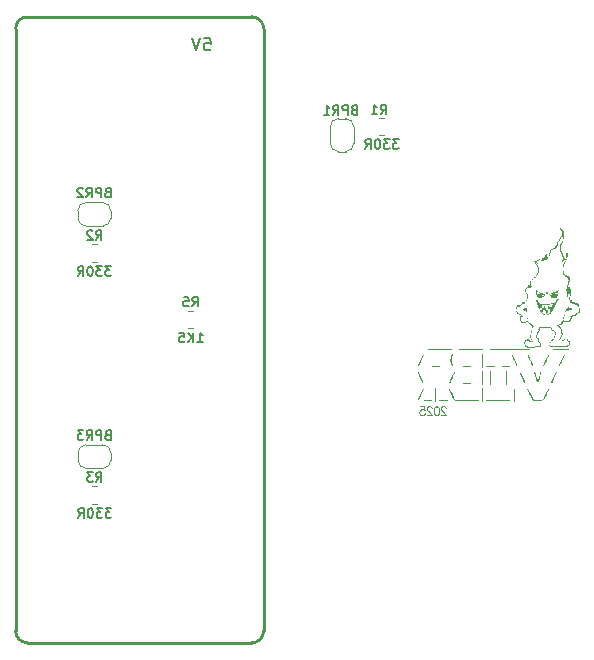
<source format=gbr>
%TF.GenerationSoftware,KiCad,Pcbnew,9.0.3*%
%TF.CreationDate,2025-10-24T12:45:13+02:00*%
%TF.ProjectId,sdiskII_stm32,73646973-6b49-4495-9f73-746d33322e6b,7*%
%TF.SameCoordinates,Original*%
%TF.FileFunction,Legend,Bot*%
%TF.FilePolarity,Positive*%
%FSLAX46Y46*%
G04 Gerber Fmt 4.6, Leading zero omitted, Abs format (unit mm)*
G04 Created by KiCad (PCBNEW 9.0.3) date 2025-10-24 12:45:13*
%MOMM*%
%LPD*%
G01*
G04 APERTURE LIST*
%ADD10C,0.150000*%
%ADD11C,0.203200*%
%ADD12C,0.250000*%
%ADD13C,0.120000*%
%ADD14C,0.000000*%
G04 APERTURE END LIST*
D10*
X159268571Y-107202295D02*
X158773333Y-107202295D01*
X158773333Y-107202295D02*
X159039999Y-107507057D01*
X159039999Y-107507057D02*
X158925714Y-107507057D01*
X158925714Y-107507057D02*
X158849523Y-107545152D01*
X158849523Y-107545152D02*
X158811428Y-107583247D01*
X158811428Y-107583247D02*
X158773333Y-107659438D01*
X158773333Y-107659438D02*
X158773333Y-107849914D01*
X158773333Y-107849914D02*
X158811428Y-107926104D01*
X158811428Y-107926104D02*
X158849523Y-107964200D01*
X158849523Y-107964200D02*
X158925714Y-108002295D01*
X158925714Y-108002295D02*
X159154285Y-108002295D01*
X159154285Y-108002295D02*
X159230476Y-107964200D01*
X159230476Y-107964200D02*
X159268571Y-107926104D01*
X158506666Y-107202295D02*
X158011428Y-107202295D01*
X158011428Y-107202295D02*
X158278094Y-107507057D01*
X158278094Y-107507057D02*
X158163809Y-107507057D01*
X158163809Y-107507057D02*
X158087618Y-107545152D01*
X158087618Y-107545152D02*
X158049523Y-107583247D01*
X158049523Y-107583247D02*
X158011428Y-107659438D01*
X158011428Y-107659438D02*
X158011428Y-107849914D01*
X158011428Y-107849914D02*
X158049523Y-107926104D01*
X158049523Y-107926104D02*
X158087618Y-107964200D01*
X158087618Y-107964200D02*
X158163809Y-108002295D01*
X158163809Y-108002295D02*
X158392380Y-108002295D01*
X158392380Y-108002295D02*
X158468571Y-107964200D01*
X158468571Y-107964200D02*
X158506666Y-107926104D01*
X157516189Y-107202295D02*
X157439999Y-107202295D01*
X157439999Y-107202295D02*
X157363808Y-107240390D01*
X157363808Y-107240390D02*
X157325713Y-107278485D01*
X157325713Y-107278485D02*
X157287618Y-107354676D01*
X157287618Y-107354676D02*
X157249523Y-107507057D01*
X157249523Y-107507057D02*
X157249523Y-107697533D01*
X157249523Y-107697533D02*
X157287618Y-107849914D01*
X157287618Y-107849914D02*
X157325713Y-107926104D01*
X157325713Y-107926104D02*
X157363808Y-107964200D01*
X157363808Y-107964200D02*
X157439999Y-108002295D01*
X157439999Y-108002295D02*
X157516189Y-108002295D01*
X157516189Y-108002295D02*
X157592380Y-107964200D01*
X157592380Y-107964200D02*
X157630475Y-107926104D01*
X157630475Y-107926104D02*
X157668570Y-107849914D01*
X157668570Y-107849914D02*
X157706666Y-107697533D01*
X157706666Y-107697533D02*
X157706666Y-107507057D01*
X157706666Y-107507057D02*
X157668570Y-107354676D01*
X157668570Y-107354676D02*
X157630475Y-107278485D01*
X157630475Y-107278485D02*
X157592380Y-107240390D01*
X157592380Y-107240390D02*
X157516189Y-107202295D01*
X156449522Y-108002295D02*
X156716189Y-107621342D01*
X156906665Y-108002295D02*
X156906665Y-107202295D01*
X156906665Y-107202295D02*
X156601903Y-107202295D01*
X156601903Y-107202295D02*
X156525713Y-107240390D01*
X156525713Y-107240390D02*
X156487618Y-107278485D01*
X156487618Y-107278485D02*
X156449522Y-107354676D01*
X156449522Y-107354676D02*
X156449522Y-107468961D01*
X156449522Y-107468961D02*
X156487618Y-107545152D01*
X156487618Y-107545152D02*
X156525713Y-107583247D01*
X156525713Y-107583247D02*
X156601903Y-107621342D01*
X156601903Y-107621342D02*
X156906665Y-107621342D01*
X159278571Y-127672295D02*
X158783333Y-127672295D01*
X158783333Y-127672295D02*
X159049999Y-127977057D01*
X159049999Y-127977057D02*
X158935714Y-127977057D01*
X158935714Y-127977057D02*
X158859523Y-128015152D01*
X158859523Y-128015152D02*
X158821428Y-128053247D01*
X158821428Y-128053247D02*
X158783333Y-128129438D01*
X158783333Y-128129438D02*
X158783333Y-128319914D01*
X158783333Y-128319914D02*
X158821428Y-128396104D01*
X158821428Y-128396104D02*
X158859523Y-128434200D01*
X158859523Y-128434200D02*
X158935714Y-128472295D01*
X158935714Y-128472295D02*
X159164285Y-128472295D01*
X159164285Y-128472295D02*
X159240476Y-128434200D01*
X159240476Y-128434200D02*
X159278571Y-128396104D01*
X158516666Y-127672295D02*
X158021428Y-127672295D01*
X158021428Y-127672295D02*
X158288094Y-127977057D01*
X158288094Y-127977057D02*
X158173809Y-127977057D01*
X158173809Y-127977057D02*
X158097618Y-128015152D01*
X158097618Y-128015152D02*
X158059523Y-128053247D01*
X158059523Y-128053247D02*
X158021428Y-128129438D01*
X158021428Y-128129438D02*
X158021428Y-128319914D01*
X158021428Y-128319914D02*
X158059523Y-128396104D01*
X158059523Y-128396104D02*
X158097618Y-128434200D01*
X158097618Y-128434200D02*
X158173809Y-128472295D01*
X158173809Y-128472295D02*
X158402380Y-128472295D01*
X158402380Y-128472295D02*
X158478571Y-128434200D01*
X158478571Y-128434200D02*
X158516666Y-128396104D01*
X157526189Y-127672295D02*
X157449999Y-127672295D01*
X157449999Y-127672295D02*
X157373808Y-127710390D01*
X157373808Y-127710390D02*
X157335713Y-127748485D01*
X157335713Y-127748485D02*
X157297618Y-127824676D01*
X157297618Y-127824676D02*
X157259523Y-127977057D01*
X157259523Y-127977057D02*
X157259523Y-128167533D01*
X157259523Y-128167533D02*
X157297618Y-128319914D01*
X157297618Y-128319914D02*
X157335713Y-128396104D01*
X157335713Y-128396104D02*
X157373808Y-128434200D01*
X157373808Y-128434200D02*
X157449999Y-128472295D01*
X157449999Y-128472295D02*
X157526189Y-128472295D01*
X157526189Y-128472295D02*
X157602380Y-128434200D01*
X157602380Y-128434200D02*
X157640475Y-128396104D01*
X157640475Y-128396104D02*
X157678570Y-128319914D01*
X157678570Y-128319914D02*
X157716666Y-128167533D01*
X157716666Y-128167533D02*
X157716666Y-127977057D01*
X157716666Y-127977057D02*
X157678570Y-127824676D01*
X157678570Y-127824676D02*
X157640475Y-127748485D01*
X157640475Y-127748485D02*
X157602380Y-127710390D01*
X157602380Y-127710390D02*
X157526189Y-127672295D01*
X156459522Y-128472295D02*
X156726189Y-128091342D01*
X156916665Y-128472295D02*
X156916665Y-127672295D01*
X156916665Y-127672295D02*
X156611903Y-127672295D01*
X156611903Y-127672295D02*
X156535713Y-127710390D01*
X156535713Y-127710390D02*
X156497618Y-127748485D01*
X156497618Y-127748485D02*
X156459522Y-127824676D01*
X156459522Y-127824676D02*
X156459522Y-127938961D01*
X156459522Y-127938961D02*
X156497618Y-128015152D01*
X156497618Y-128015152D02*
X156535713Y-128053247D01*
X156535713Y-128053247D02*
X156611903Y-128091342D01*
X156611903Y-128091342D02*
X156916665Y-128091342D01*
X183588571Y-96442295D02*
X183093333Y-96442295D01*
X183093333Y-96442295D02*
X183359999Y-96747057D01*
X183359999Y-96747057D02*
X183245714Y-96747057D01*
X183245714Y-96747057D02*
X183169523Y-96785152D01*
X183169523Y-96785152D02*
X183131428Y-96823247D01*
X183131428Y-96823247D02*
X183093333Y-96899438D01*
X183093333Y-96899438D02*
X183093333Y-97089914D01*
X183093333Y-97089914D02*
X183131428Y-97166104D01*
X183131428Y-97166104D02*
X183169523Y-97204200D01*
X183169523Y-97204200D02*
X183245714Y-97242295D01*
X183245714Y-97242295D02*
X183474285Y-97242295D01*
X183474285Y-97242295D02*
X183550476Y-97204200D01*
X183550476Y-97204200D02*
X183588571Y-97166104D01*
X182826666Y-96442295D02*
X182331428Y-96442295D01*
X182331428Y-96442295D02*
X182598094Y-96747057D01*
X182598094Y-96747057D02*
X182483809Y-96747057D01*
X182483809Y-96747057D02*
X182407618Y-96785152D01*
X182407618Y-96785152D02*
X182369523Y-96823247D01*
X182369523Y-96823247D02*
X182331428Y-96899438D01*
X182331428Y-96899438D02*
X182331428Y-97089914D01*
X182331428Y-97089914D02*
X182369523Y-97166104D01*
X182369523Y-97166104D02*
X182407618Y-97204200D01*
X182407618Y-97204200D02*
X182483809Y-97242295D01*
X182483809Y-97242295D02*
X182712380Y-97242295D01*
X182712380Y-97242295D02*
X182788571Y-97204200D01*
X182788571Y-97204200D02*
X182826666Y-97166104D01*
X181836189Y-96442295D02*
X181759999Y-96442295D01*
X181759999Y-96442295D02*
X181683808Y-96480390D01*
X181683808Y-96480390D02*
X181645713Y-96518485D01*
X181645713Y-96518485D02*
X181607618Y-96594676D01*
X181607618Y-96594676D02*
X181569523Y-96747057D01*
X181569523Y-96747057D02*
X181569523Y-96937533D01*
X181569523Y-96937533D02*
X181607618Y-97089914D01*
X181607618Y-97089914D02*
X181645713Y-97166104D01*
X181645713Y-97166104D02*
X181683808Y-97204200D01*
X181683808Y-97204200D02*
X181759999Y-97242295D01*
X181759999Y-97242295D02*
X181836189Y-97242295D01*
X181836189Y-97242295D02*
X181912380Y-97204200D01*
X181912380Y-97204200D02*
X181950475Y-97166104D01*
X181950475Y-97166104D02*
X181988570Y-97089914D01*
X181988570Y-97089914D02*
X182026666Y-96937533D01*
X182026666Y-96937533D02*
X182026666Y-96747057D01*
X182026666Y-96747057D02*
X181988570Y-96594676D01*
X181988570Y-96594676D02*
X181950475Y-96518485D01*
X181950475Y-96518485D02*
X181912380Y-96480390D01*
X181912380Y-96480390D02*
X181836189Y-96442295D01*
X180769522Y-97242295D02*
X181036189Y-96861342D01*
X181226665Y-97242295D02*
X181226665Y-96442295D01*
X181226665Y-96442295D02*
X180921903Y-96442295D01*
X180921903Y-96442295D02*
X180845713Y-96480390D01*
X180845713Y-96480390D02*
X180807618Y-96518485D01*
X180807618Y-96518485D02*
X180769522Y-96594676D01*
X180769522Y-96594676D02*
X180769522Y-96708961D01*
X180769522Y-96708961D02*
X180807618Y-96785152D01*
X180807618Y-96785152D02*
X180845713Y-96823247D01*
X180845713Y-96823247D02*
X180921903Y-96861342D01*
X180921903Y-96861342D02*
X181226665Y-96861342D01*
X166552381Y-113612295D02*
X167009524Y-113612295D01*
X166780952Y-113612295D02*
X166780952Y-112812295D01*
X166780952Y-112812295D02*
X166857143Y-112926580D01*
X166857143Y-112926580D02*
X166933333Y-113002771D01*
X166933333Y-113002771D02*
X167009524Y-113040866D01*
X166209523Y-113612295D02*
X166209523Y-112812295D01*
X165752380Y-113612295D02*
X166095238Y-113155152D01*
X165752380Y-112812295D02*
X166209523Y-113269438D01*
X165028571Y-112812295D02*
X165409523Y-112812295D01*
X165409523Y-112812295D02*
X165447619Y-113193247D01*
X165447619Y-113193247D02*
X165409523Y-113155152D01*
X165409523Y-113155152D02*
X165333333Y-113117057D01*
X165333333Y-113117057D02*
X165142857Y-113117057D01*
X165142857Y-113117057D02*
X165066666Y-113155152D01*
X165066666Y-113155152D02*
X165028571Y-113193247D01*
X165028571Y-113193247D02*
X164990476Y-113269438D01*
X164990476Y-113269438D02*
X164990476Y-113459914D01*
X164990476Y-113459914D02*
X165028571Y-113536104D01*
X165028571Y-113536104D02*
X165066666Y-113574200D01*
X165066666Y-113574200D02*
X165142857Y-113612295D01*
X165142857Y-113612295D02*
X165333333Y-113612295D01*
X165333333Y-113612295D02*
X165409523Y-113574200D01*
X165409523Y-113574200D02*
X165447619Y-113536104D01*
D11*
X167160601Y-87883453D02*
X167644411Y-87883453D01*
X167644411Y-87883453D02*
X167692792Y-88367263D01*
X167692792Y-88367263D02*
X167644411Y-88318882D01*
X167644411Y-88318882D02*
X167547649Y-88270501D01*
X167547649Y-88270501D02*
X167305744Y-88270501D01*
X167305744Y-88270501D02*
X167208982Y-88318882D01*
X167208982Y-88318882D02*
X167160601Y-88367263D01*
X167160601Y-88367263D02*
X167112220Y-88464025D01*
X167112220Y-88464025D02*
X167112220Y-88705930D01*
X167112220Y-88705930D02*
X167160601Y-88802692D01*
X167160601Y-88802692D02*
X167208982Y-88851073D01*
X167208982Y-88851073D02*
X167305744Y-88899453D01*
X167305744Y-88899453D02*
X167547649Y-88899453D01*
X167547649Y-88899453D02*
X167644411Y-88851073D01*
X167644411Y-88851073D02*
X167692792Y-88802692D01*
X166821935Y-87883453D02*
X166483268Y-88899453D01*
X166483268Y-88899453D02*
X166144601Y-87883453D01*
D10*
X166133332Y-110592295D02*
X166399999Y-110211342D01*
X166590475Y-110592295D02*
X166590475Y-109792295D01*
X166590475Y-109792295D02*
X166285713Y-109792295D01*
X166285713Y-109792295D02*
X166209523Y-109830390D01*
X166209523Y-109830390D02*
X166171428Y-109868485D01*
X166171428Y-109868485D02*
X166133332Y-109944676D01*
X166133332Y-109944676D02*
X166133332Y-110058961D01*
X166133332Y-110058961D02*
X166171428Y-110135152D01*
X166171428Y-110135152D02*
X166209523Y-110173247D01*
X166209523Y-110173247D02*
X166285713Y-110211342D01*
X166285713Y-110211342D02*
X166590475Y-110211342D01*
X165409523Y-109792295D02*
X165790475Y-109792295D01*
X165790475Y-109792295D02*
X165828571Y-110173247D01*
X165828571Y-110173247D02*
X165790475Y-110135152D01*
X165790475Y-110135152D02*
X165714285Y-110097057D01*
X165714285Y-110097057D02*
X165523809Y-110097057D01*
X165523809Y-110097057D02*
X165447618Y-110135152D01*
X165447618Y-110135152D02*
X165409523Y-110173247D01*
X165409523Y-110173247D02*
X165371428Y-110249438D01*
X165371428Y-110249438D02*
X165371428Y-110439914D01*
X165371428Y-110439914D02*
X165409523Y-110516104D01*
X165409523Y-110516104D02*
X165447618Y-110554200D01*
X165447618Y-110554200D02*
X165523809Y-110592295D01*
X165523809Y-110592295D02*
X165714285Y-110592295D01*
X165714285Y-110592295D02*
X165790475Y-110554200D01*
X165790475Y-110554200D02*
X165828571Y-110516104D01*
X157983332Y-125442295D02*
X158249999Y-125061342D01*
X158440475Y-125442295D02*
X158440475Y-124642295D01*
X158440475Y-124642295D02*
X158135713Y-124642295D01*
X158135713Y-124642295D02*
X158059523Y-124680390D01*
X158059523Y-124680390D02*
X158021428Y-124718485D01*
X158021428Y-124718485D02*
X157983332Y-124794676D01*
X157983332Y-124794676D02*
X157983332Y-124908961D01*
X157983332Y-124908961D02*
X158021428Y-124985152D01*
X158021428Y-124985152D02*
X158059523Y-125023247D01*
X158059523Y-125023247D02*
X158135713Y-125061342D01*
X158135713Y-125061342D02*
X158440475Y-125061342D01*
X157716666Y-124642295D02*
X157221428Y-124642295D01*
X157221428Y-124642295D02*
X157488094Y-124947057D01*
X157488094Y-124947057D02*
X157373809Y-124947057D01*
X157373809Y-124947057D02*
X157297618Y-124985152D01*
X157297618Y-124985152D02*
X157259523Y-125023247D01*
X157259523Y-125023247D02*
X157221428Y-125099438D01*
X157221428Y-125099438D02*
X157221428Y-125289914D01*
X157221428Y-125289914D02*
X157259523Y-125366104D01*
X157259523Y-125366104D02*
X157297618Y-125404200D01*
X157297618Y-125404200D02*
X157373809Y-125442295D01*
X157373809Y-125442295D02*
X157602380Y-125442295D01*
X157602380Y-125442295D02*
X157678571Y-125404200D01*
X157678571Y-125404200D02*
X157716666Y-125366104D01*
X182066268Y-94302295D02*
X182332935Y-93921342D01*
X182523411Y-94302295D02*
X182523411Y-93502295D01*
X182523411Y-93502295D02*
X182218649Y-93502295D01*
X182218649Y-93502295D02*
X182142459Y-93540390D01*
X182142459Y-93540390D02*
X182104364Y-93578485D01*
X182104364Y-93578485D02*
X182066268Y-93654676D01*
X182066268Y-93654676D02*
X182066268Y-93768961D01*
X182066268Y-93768961D02*
X182104364Y-93845152D01*
X182104364Y-93845152D02*
X182142459Y-93883247D01*
X182142459Y-93883247D02*
X182218649Y-93921342D01*
X182218649Y-93921342D02*
X182523411Y-93921342D01*
X181304364Y-94302295D02*
X181761507Y-94302295D01*
X181532935Y-94302295D02*
X181532935Y-93502295D01*
X181532935Y-93502295D02*
X181609126Y-93616580D01*
X181609126Y-93616580D02*
X181685316Y-93692771D01*
X181685316Y-93692771D02*
X181761507Y-93730866D01*
X158953809Y-100933247D02*
X158839523Y-100971342D01*
X158839523Y-100971342D02*
X158801428Y-101009438D01*
X158801428Y-101009438D02*
X158763332Y-101085628D01*
X158763332Y-101085628D02*
X158763332Y-101199914D01*
X158763332Y-101199914D02*
X158801428Y-101276104D01*
X158801428Y-101276104D02*
X158839523Y-101314200D01*
X158839523Y-101314200D02*
X158915713Y-101352295D01*
X158915713Y-101352295D02*
X159220475Y-101352295D01*
X159220475Y-101352295D02*
X159220475Y-100552295D01*
X159220475Y-100552295D02*
X158953809Y-100552295D01*
X158953809Y-100552295D02*
X158877618Y-100590390D01*
X158877618Y-100590390D02*
X158839523Y-100628485D01*
X158839523Y-100628485D02*
X158801428Y-100704676D01*
X158801428Y-100704676D02*
X158801428Y-100780866D01*
X158801428Y-100780866D02*
X158839523Y-100857057D01*
X158839523Y-100857057D02*
X158877618Y-100895152D01*
X158877618Y-100895152D02*
X158953809Y-100933247D01*
X158953809Y-100933247D02*
X159220475Y-100933247D01*
X158420475Y-101352295D02*
X158420475Y-100552295D01*
X158420475Y-100552295D02*
X158115713Y-100552295D01*
X158115713Y-100552295D02*
X158039523Y-100590390D01*
X158039523Y-100590390D02*
X158001428Y-100628485D01*
X158001428Y-100628485D02*
X157963332Y-100704676D01*
X157963332Y-100704676D02*
X157963332Y-100818961D01*
X157963332Y-100818961D02*
X158001428Y-100895152D01*
X158001428Y-100895152D02*
X158039523Y-100933247D01*
X158039523Y-100933247D02*
X158115713Y-100971342D01*
X158115713Y-100971342D02*
X158420475Y-100971342D01*
X157163332Y-101352295D02*
X157429999Y-100971342D01*
X157620475Y-101352295D02*
X157620475Y-100552295D01*
X157620475Y-100552295D02*
X157315713Y-100552295D01*
X157315713Y-100552295D02*
X157239523Y-100590390D01*
X157239523Y-100590390D02*
X157201428Y-100628485D01*
X157201428Y-100628485D02*
X157163332Y-100704676D01*
X157163332Y-100704676D02*
X157163332Y-100818961D01*
X157163332Y-100818961D02*
X157201428Y-100895152D01*
X157201428Y-100895152D02*
X157239523Y-100933247D01*
X157239523Y-100933247D02*
X157315713Y-100971342D01*
X157315713Y-100971342D02*
X157620475Y-100971342D01*
X156858571Y-100628485D02*
X156820475Y-100590390D01*
X156820475Y-100590390D02*
X156744285Y-100552295D01*
X156744285Y-100552295D02*
X156553809Y-100552295D01*
X156553809Y-100552295D02*
X156477618Y-100590390D01*
X156477618Y-100590390D02*
X156439523Y-100628485D01*
X156439523Y-100628485D02*
X156401428Y-100704676D01*
X156401428Y-100704676D02*
X156401428Y-100780866D01*
X156401428Y-100780866D02*
X156439523Y-100895152D01*
X156439523Y-100895152D02*
X156896666Y-101352295D01*
X156896666Y-101352295D02*
X156401428Y-101352295D01*
X157973332Y-104952295D02*
X158239999Y-104571342D01*
X158430475Y-104952295D02*
X158430475Y-104152295D01*
X158430475Y-104152295D02*
X158125713Y-104152295D01*
X158125713Y-104152295D02*
X158049523Y-104190390D01*
X158049523Y-104190390D02*
X158011428Y-104228485D01*
X158011428Y-104228485D02*
X157973332Y-104304676D01*
X157973332Y-104304676D02*
X157973332Y-104418961D01*
X157973332Y-104418961D02*
X158011428Y-104495152D01*
X158011428Y-104495152D02*
X158049523Y-104533247D01*
X158049523Y-104533247D02*
X158125713Y-104571342D01*
X158125713Y-104571342D02*
X158430475Y-104571342D01*
X157668571Y-104228485D02*
X157630475Y-104190390D01*
X157630475Y-104190390D02*
X157554285Y-104152295D01*
X157554285Y-104152295D02*
X157363809Y-104152295D01*
X157363809Y-104152295D02*
X157287618Y-104190390D01*
X157287618Y-104190390D02*
X157249523Y-104228485D01*
X157249523Y-104228485D02*
X157211428Y-104304676D01*
X157211428Y-104304676D02*
X157211428Y-104380866D01*
X157211428Y-104380866D02*
X157249523Y-104495152D01*
X157249523Y-104495152D02*
X157706666Y-104952295D01*
X157706666Y-104952295D02*
X157211428Y-104952295D01*
X158963809Y-121463247D02*
X158849523Y-121501342D01*
X158849523Y-121501342D02*
X158811428Y-121539438D01*
X158811428Y-121539438D02*
X158773332Y-121615628D01*
X158773332Y-121615628D02*
X158773332Y-121729914D01*
X158773332Y-121729914D02*
X158811428Y-121806104D01*
X158811428Y-121806104D02*
X158849523Y-121844200D01*
X158849523Y-121844200D02*
X158925713Y-121882295D01*
X158925713Y-121882295D02*
X159230475Y-121882295D01*
X159230475Y-121882295D02*
X159230475Y-121082295D01*
X159230475Y-121082295D02*
X158963809Y-121082295D01*
X158963809Y-121082295D02*
X158887618Y-121120390D01*
X158887618Y-121120390D02*
X158849523Y-121158485D01*
X158849523Y-121158485D02*
X158811428Y-121234676D01*
X158811428Y-121234676D02*
X158811428Y-121310866D01*
X158811428Y-121310866D02*
X158849523Y-121387057D01*
X158849523Y-121387057D02*
X158887618Y-121425152D01*
X158887618Y-121425152D02*
X158963809Y-121463247D01*
X158963809Y-121463247D02*
X159230475Y-121463247D01*
X158430475Y-121882295D02*
X158430475Y-121082295D01*
X158430475Y-121082295D02*
X158125713Y-121082295D01*
X158125713Y-121082295D02*
X158049523Y-121120390D01*
X158049523Y-121120390D02*
X158011428Y-121158485D01*
X158011428Y-121158485D02*
X157973332Y-121234676D01*
X157973332Y-121234676D02*
X157973332Y-121348961D01*
X157973332Y-121348961D02*
X158011428Y-121425152D01*
X158011428Y-121425152D02*
X158049523Y-121463247D01*
X158049523Y-121463247D02*
X158125713Y-121501342D01*
X158125713Y-121501342D02*
X158430475Y-121501342D01*
X157173332Y-121882295D02*
X157439999Y-121501342D01*
X157630475Y-121882295D02*
X157630475Y-121082295D01*
X157630475Y-121082295D02*
X157325713Y-121082295D01*
X157325713Y-121082295D02*
X157249523Y-121120390D01*
X157249523Y-121120390D02*
X157211428Y-121158485D01*
X157211428Y-121158485D02*
X157173332Y-121234676D01*
X157173332Y-121234676D02*
X157173332Y-121348961D01*
X157173332Y-121348961D02*
X157211428Y-121425152D01*
X157211428Y-121425152D02*
X157249523Y-121463247D01*
X157249523Y-121463247D02*
X157325713Y-121501342D01*
X157325713Y-121501342D02*
X157630475Y-121501342D01*
X156906666Y-121082295D02*
X156411428Y-121082295D01*
X156411428Y-121082295D02*
X156678094Y-121387057D01*
X156678094Y-121387057D02*
X156563809Y-121387057D01*
X156563809Y-121387057D02*
X156487618Y-121425152D01*
X156487618Y-121425152D02*
X156449523Y-121463247D01*
X156449523Y-121463247D02*
X156411428Y-121539438D01*
X156411428Y-121539438D02*
X156411428Y-121729914D01*
X156411428Y-121729914D02*
X156449523Y-121806104D01*
X156449523Y-121806104D02*
X156487618Y-121844200D01*
X156487618Y-121844200D02*
X156563809Y-121882295D01*
X156563809Y-121882295D02*
X156792380Y-121882295D01*
X156792380Y-121882295D02*
X156868571Y-121844200D01*
X156868571Y-121844200D02*
X156906666Y-121806104D01*
X179833809Y-93933247D02*
X179719523Y-93971342D01*
X179719523Y-93971342D02*
X179681428Y-94009438D01*
X179681428Y-94009438D02*
X179643332Y-94085628D01*
X179643332Y-94085628D02*
X179643332Y-94199914D01*
X179643332Y-94199914D02*
X179681428Y-94276104D01*
X179681428Y-94276104D02*
X179719523Y-94314200D01*
X179719523Y-94314200D02*
X179795713Y-94352295D01*
X179795713Y-94352295D02*
X180100475Y-94352295D01*
X180100475Y-94352295D02*
X180100475Y-93552295D01*
X180100475Y-93552295D02*
X179833809Y-93552295D01*
X179833809Y-93552295D02*
X179757618Y-93590390D01*
X179757618Y-93590390D02*
X179719523Y-93628485D01*
X179719523Y-93628485D02*
X179681428Y-93704676D01*
X179681428Y-93704676D02*
X179681428Y-93780866D01*
X179681428Y-93780866D02*
X179719523Y-93857057D01*
X179719523Y-93857057D02*
X179757618Y-93895152D01*
X179757618Y-93895152D02*
X179833809Y-93933247D01*
X179833809Y-93933247D02*
X180100475Y-93933247D01*
X179300475Y-94352295D02*
X179300475Y-93552295D01*
X179300475Y-93552295D02*
X178995713Y-93552295D01*
X178995713Y-93552295D02*
X178919523Y-93590390D01*
X178919523Y-93590390D02*
X178881428Y-93628485D01*
X178881428Y-93628485D02*
X178843332Y-93704676D01*
X178843332Y-93704676D02*
X178843332Y-93818961D01*
X178843332Y-93818961D02*
X178881428Y-93895152D01*
X178881428Y-93895152D02*
X178919523Y-93933247D01*
X178919523Y-93933247D02*
X178995713Y-93971342D01*
X178995713Y-93971342D02*
X179300475Y-93971342D01*
X178043332Y-94352295D02*
X178309999Y-93971342D01*
X178500475Y-94352295D02*
X178500475Y-93552295D01*
X178500475Y-93552295D02*
X178195713Y-93552295D01*
X178195713Y-93552295D02*
X178119523Y-93590390D01*
X178119523Y-93590390D02*
X178081428Y-93628485D01*
X178081428Y-93628485D02*
X178043332Y-93704676D01*
X178043332Y-93704676D02*
X178043332Y-93818961D01*
X178043332Y-93818961D02*
X178081428Y-93895152D01*
X178081428Y-93895152D02*
X178119523Y-93933247D01*
X178119523Y-93933247D02*
X178195713Y-93971342D01*
X178195713Y-93971342D02*
X178500475Y-93971342D01*
X177281428Y-94352295D02*
X177738571Y-94352295D01*
X177509999Y-94352295D02*
X177509999Y-93552295D01*
X177509999Y-93552295D02*
X177586190Y-93666580D01*
X177586190Y-93666580D02*
X177662380Y-93742771D01*
X177662380Y-93742771D02*
X177738571Y-93780866D01*
D12*
%TO.C,\u03BCC1*%
X151170000Y-138069994D02*
X151170000Y-87070000D01*
X152170000Y-86070000D02*
X171170000Y-86070000D01*
X171170000Y-139070000D02*
X152170000Y-139069994D01*
X172170000Y-87070000D02*
X172170000Y-138070000D01*
X151169997Y-87069997D02*
G75*
G02*
X152170000Y-86070000I999999J-2D01*
G01*
X152169997Y-139069997D02*
G75*
G02*
X151170000Y-138069994I2J999999D01*
G01*
X171170003Y-86070000D02*
G75*
G02*
X172170000Y-87070003I-3J-1000000D01*
G01*
X172170003Y-138070003D02*
G75*
G02*
X171170000Y-139070003I-1000003J3D01*
G01*
D13*
%TO.C,R5*%
X166227064Y-110955000D02*
X165772936Y-110955000D01*
X166227064Y-112425000D02*
X165772936Y-112425000D01*
%TO.C,R3*%
X158077064Y-125815000D02*
X157622936Y-125815000D01*
X158077064Y-127285000D02*
X157622936Y-127285000D01*
%TO.C,R1*%
X182387064Y-94625000D02*
X181932936Y-94625000D01*
X182387064Y-96095000D02*
X181932936Y-96095000D01*
%TO.C,BPR2*%
X156430000Y-102490000D02*
X156430000Y-103090000D01*
X157130000Y-103790000D02*
X158530000Y-103790000D01*
X158530000Y-101790000D02*
X157130000Y-101790000D01*
X159230000Y-103090000D02*
X159230000Y-102490000D01*
X156430000Y-102490000D02*
G75*
G02*
X157130000Y-101790000I700000J0D01*
G01*
X157130000Y-103790000D02*
G75*
G02*
X156430000Y-103090000I0J700000D01*
G01*
X158530000Y-101790000D02*
G75*
G02*
X159230000Y-102490000I1J-699999D01*
G01*
X159230000Y-103090000D02*
G75*
G02*
X158530000Y-103790000I-699999J-1D01*
G01*
D14*
%TO.C,G\u002A\u002A\u002A*%
G36*
X197709957Y-111079062D02*
G01*
X197698962Y-111090057D01*
X197687966Y-111079062D01*
X197698962Y-111068066D01*
X197709957Y-111079062D01*
G37*
G36*
X195510823Y-107263564D02*
G01*
X195509236Y-107275206D01*
X195496162Y-107278225D01*
X195493530Y-107275002D01*
X195496162Y-107248903D01*
X195502777Y-107245463D01*
X195510823Y-107263564D01*
G37*
G36*
X197394748Y-106919033D02*
G01*
X197398189Y-106925647D01*
X197380087Y-106933694D01*
X197368445Y-106932107D01*
X197365426Y-106919033D01*
X197368650Y-106916401D01*
X197394748Y-106919033D01*
G37*
G36*
X195347159Y-106934683D02*
G01*
X195367880Y-106955685D01*
X195371976Y-106963471D01*
X195370475Y-106977676D01*
X195366609Y-106976687D01*
X195345888Y-106955685D01*
X195341792Y-106947899D01*
X195343293Y-106933694D01*
X195347159Y-106934683D01*
G37*
G36*
X194470676Y-111110062D02*
G01*
X194485800Y-111167027D01*
X194489936Y-111186908D01*
X194491352Y-111212428D01*
X194478235Y-111200014D01*
X194467378Y-111178722D01*
X194455576Y-111124877D01*
X194455640Y-111115283D01*
X194460161Y-111092171D01*
X194470676Y-111110062D01*
G37*
G36*
X194541238Y-111530903D02*
G01*
X194535315Y-111584863D01*
X194532912Y-111600485D01*
X194523495Y-111663551D01*
X194517613Y-111705815D01*
X194515797Y-111711274D01*
X194510742Y-111692440D01*
X194504965Y-111642351D01*
X194503850Y-111626337D01*
X194507034Y-111559987D01*
X194522667Y-111521399D01*
X194535236Y-111513846D01*
X194541238Y-111530903D01*
G37*
G36*
X197675759Y-111168266D02*
G01*
X197666950Y-111217935D01*
X197648509Y-111306351D01*
X197620384Y-111435587D01*
X197603416Y-111507239D01*
X197581875Y-111583323D01*
X197563357Y-111632835D01*
X197550594Y-111647484D01*
X197546784Y-111644169D01*
X197539373Y-111608866D01*
X197549516Y-111539585D01*
X197577610Y-111434391D01*
X197624056Y-111291347D01*
X197644929Y-111231034D01*
X197664696Y-111176888D01*
X197674991Y-111155275D01*
X197675759Y-111168266D01*
G37*
G36*
X196216872Y-109350219D02*
G01*
X196234217Y-109391661D01*
X196248269Y-109446205D01*
X196253266Y-109498362D01*
X196243449Y-109526695D01*
X196221140Y-109514596D01*
X196191722Y-109460687D01*
X196163561Y-109392701D01*
X196128982Y-109449691D01*
X196114471Y-109470281D01*
X196079401Y-109500619D01*
X196050657Y-109504808D01*
X196039347Y-109479192D01*
X196047955Y-109448192D01*
X196079566Y-109404192D01*
X196120936Y-109372207D01*
X196157636Y-109366039D01*
X196177168Y-109369346D01*
X196192555Y-109350696D01*
X196192960Y-109342050D01*
X196201399Y-109330731D01*
X196216872Y-109350219D01*
G37*
G36*
X194480494Y-110795708D02*
G01*
X194470854Y-110848554D01*
X194463094Y-110903131D01*
X194459617Y-110927582D01*
X194455239Y-110985066D01*
X194455159Y-110992618D01*
X194448058Y-111031118D01*
X194427750Y-111031497D01*
X194416684Y-111025472D01*
X194367876Y-111009436D01*
X194347595Y-111001995D01*
X194310473Y-110970332D01*
X194292202Y-110952430D01*
X194250642Y-110936118D01*
X194236369Y-110932267D01*
X194197957Y-110903949D01*
X194197258Y-110903131D01*
X194279308Y-110903131D01*
X194290304Y-110914127D01*
X194301299Y-110903131D01*
X194290304Y-110892135D01*
X194279308Y-110903131D01*
X194197258Y-110903131D01*
X194162769Y-110862747D01*
X194147360Y-110826269D01*
X194149069Y-110822816D01*
X194157191Y-110816360D01*
X194350941Y-110816360D01*
X194364765Y-110863310D01*
X194374185Y-110879060D01*
X194385973Y-110889223D01*
X194388596Y-110858049D01*
X194393104Y-110829709D01*
X194415654Y-110786577D01*
X194428757Y-110766053D01*
X194403969Y-110760187D01*
X194383449Y-110764392D01*
X194353747Y-110791839D01*
X194350941Y-110816360D01*
X194157191Y-110816360D01*
X194175693Y-110801653D01*
X194224330Y-110772721D01*
X194240061Y-110763857D01*
X194283751Y-110733935D01*
X194301299Y-110712742D01*
X194319611Y-110699767D01*
X194364921Y-110694213D01*
X194409675Y-110686692D01*
X194442611Y-110657549D01*
X194457035Y-110635442D01*
X194481215Y-110645419D01*
X194491987Y-110665961D01*
X194493451Y-110714502D01*
X194485226Y-110766053D01*
X194480494Y-110795708D01*
G37*
G36*
X198290761Y-110793258D02*
G01*
X198309736Y-110824777D01*
X198309744Y-110824863D01*
X198311865Y-110849172D01*
X198285734Y-110868002D01*
X198259352Y-110877503D01*
X198196060Y-110891146D01*
X198119228Y-110901402D01*
X198117543Y-110901564D01*
X198009558Y-110922552D01*
X197933798Y-110959942D01*
X197874893Y-111006479D01*
X197861702Y-110910822D01*
X197854028Y-110862678D01*
X197848525Y-110850781D01*
X197845209Y-110879722D01*
X197830077Y-110937401D01*
X197794089Y-110995177D01*
X197780367Y-111009142D01*
X197739504Y-111040555D01*
X197717249Y-111040315D01*
X197718654Y-111007590D01*
X197721903Y-110996154D01*
X197735628Y-110941622D01*
X197751256Y-110873549D01*
X197774155Y-110804170D01*
X197937201Y-110804170D01*
X197938759Y-110828740D01*
X197955365Y-110864739D01*
X197985995Y-110861148D01*
X198006382Y-110838455D01*
X198149784Y-110838455D01*
X198150356Y-110840650D01*
X198171776Y-110848153D01*
X198177803Y-110847258D01*
X198193767Y-110824863D01*
X198192040Y-110816909D01*
X198171776Y-110815166D01*
X198165194Y-110819679D01*
X198149784Y-110838455D01*
X198006382Y-110838455D01*
X198025476Y-110817201D01*
X198042774Y-110788962D01*
X198047667Y-110764821D01*
X198026207Y-110751227D01*
X197977472Y-110738869D01*
X197946255Y-110753882D01*
X197937201Y-110804170D01*
X197774155Y-110804170D01*
X197774892Y-110801937D01*
X197831176Y-110720102D01*
X197906746Y-110670950D01*
X197994839Y-110658243D01*
X198088695Y-110685744D01*
X198099752Y-110691359D01*
X198146953Y-110712810D01*
X198171776Y-110719875D01*
X198198026Y-110720620D01*
X198247115Y-110746426D01*
X198264259Y-110764821D01*
X198290761Y-110793258D01*
G37*
G36*
X195960586Y-109611863D02*
G01*
X195928436Y-109669370D01*
X195879758Y-109732493D01*
X195823762Y-109789447D01*
X195769655Y-109828445D01*
X195768263Y-109829167D01*
X195698618Y-109859469D01*
X195631776Y-109880344D01*
X195562664Y-109888167D01*
X195462822Y-109867372D01*
X195376039Y-109805026D01*
X195301437Y-109700653D01*
X195280816Y-109661269D01*
X195257478Y-109605187D01*
X195242876Y-109544806D01*
X195234199Y-109466900D01*
X195233112Y-109445680D01*
X195299929Y-109445680D01*
X195300159Y-109452515D01*
X195317668Y-109568883D01*
X195357086Y-109673708D01*
X195413069Y-109756307D01*
X195480270Y-109805998D01*
X195525873Y-109823645D01*
X195574557Y-109833415D01*
X195625468Y-109826600D01*
X195697750Y-109802930D01*
X195720512Y-109794763D01*
X195768548Y-109777812D01*
X195789419Y-109770908D01*
X195799624Y-109759895D01*
X195823625Y-109722499D01*
X195851672Y-109673392D01*
X195874957Y-109628155D01*
X195884676Y-109602370D01*
X195867049Y-109581648D01*
X195823555Y-109559227D01*
X195814943Y-109555994D01*
X195778857Y-109546171D01*
X195767420Y-109561309D01*
X195771140Y-109610735D01*
X195772255Y-109639285D01*
X195751441Y-109711768D01*
X195702199Y-109763327D01*
X195634219Y-109789415D01*
X195557190Y-109785485D01*
X195480802Y-109746989D01*
X195443318Y-109706759D01*
X195420255Y-109637302D01*
X195436229Y-109565325D01*
X195490839Y-109500648D01*
X195558821Y-109447444D01*
X195436085Y-109397630D01*
X195382848Y-109373323D01*
X195338274Y-109345041D01*
X195327519Y-109324889D01*
X195331464Y-109316153D01*
X195319248Y-109315832D01*
X195311047Y-109329586D01*
X195302101Y-109377876D01*
X195299929Y-109445680D01*
X195233112Y-109445680D01*
X195228632Y-109358239D01*
X195226786Y-109289161D01*
X195227154Y-109208426D01*
X195230612Y-109153257D01*
X195236826Y-109132828D01*
X195247771Y-109138538D01*
X195281965Y-109169399D01*
X195326673Y-109218076D01*
X195377672Y-109267214D01*
X195488505Y-109342615D01*
X195636770Y-109417751D01*
X195818601Y-109490485D01*
X195891506Y-109520810D01*
X195945104Y-109551079D01*
X195967815Y-109574829D01*
X195962439Y-109602370D01*
X195960586Y-109611863D01*
G37*
G36*
X197107723Y-109522842D02*
G01*
X197072475Y-109653920D01*
X197006396Y-109758003D01*
X196907274Y-109839617D01*
X196840421Y-109865879D01*
X196748014Y-109879357D01*
X196654945Y-109876080D01*
X196581455Y-109855087D01*
X196575467Y-109851765D01*
X196519967Y-109808974D01*
X196465264Y-109749380D01*
X196417454Y-109682529D01*
X196382632Y-109617965D01*
X196375984Y-109595692D01*
X196448290Y-109595692D01*
X196469383Y-109644397D01*
X196471033Y-109647756D01*
X196515958Y-109711336D01*
X196573760Y-109763812D01*
X196585746Y-109771629D01*
X196681784Y-109816897D01*
X196772147Y-109823051D01*
X196867672Y-109791098D01*
X196902502Y-109770431D01*
X196980830Y-109691640D01*
X197031936Y-109587094D01*
X197050217Y-109466751D01*
X197050103Y-109448110D01*
X197045283Y-109400639D01*
X197026500Y-109379800D01*
X196984449Y-109381195D01*
X196909825Y-109400431D01*
X196848977Y-109420631D01*
X196804585Y-109441082D01*
X196787081Y-109456564D01*
X196803914Y-109462698D01*
X196825421Y-109467242D01*
X196870080Y-109502091D01*
X196904491Y-109559153D01*
X196918269Y-109623800D01*
X196904320Y-109690635D01*
X196858797Y-109750623D01*
X196792221Y-109785774D01*
X196715561Y-109790721D01*
X196639788Y-109760094D01*
X196592758Y-109706051D01*
X196577384Y-109631202D01*
X196600262Y-109548986D01*
X196604661Y-109540463D01*
X196623185Y-109501243D01*
X196619233Y-109492048D01*
X196591213Y-109505175D01*
X196551728Y-109524406D01*
X196491000Y-109550070D01*
X196478593Y-109554859D01*
X196450180Y-109570994D01*
X196448290Y-109595692D01*
X196375984Y-109595692D01*
X196366894Y-109565236D01*
X196376337Y-109533885D01*
X196385734Y-109528459D01*
X196431485Y-109507262D01*
X196502656Y-109477260D01*
X196588399Y-109443100D01*
X196602388Y-109437651D01*
X196716375Y-109392098D01*
X196836962Y-109342337D01*
X196940261Y-109298206D01*
X196960619Y-109289303D01*
X197040791Y-109254814D01*
X197105738Y-109227730D01*
X197142976Y-109213280D01*
X197150600Y-109211053D01*
X197186074Y-109213537D01*
X197191117Y-109236066D01*
X197160790Y-109264446D01*
X197153242Y-109268864D01*
X197130122Y-109293889D01*
X197118695Y-109338179D01*
X197115226Y-109413991D01*
X197111589Y-109466751D01*
X197107723Y-109522842D01*
G37*
G36*
X196923811Y-110342634D02*
G01*
X196909848Y-110381173D01*
X196893817Y-110425420D01*
X196878418Y-110467922D01*
X196820484Y-110604834D01*
X196792380Y-110664224D01*
X196755251Y-110742684D01*
X196687962Y-110870786D01*
X196623861Y-110978457D01*
X196578680Y-111040586D01*
X196568191Y-111055009D01*
X196528205Y-111102033D01*
X196486103Y-111153654D01*
X196462923Y-111184836D01*
X196436816Y-111216049D01*
X196367629Y-111266514D01*
X196281442Y-111306478D01*
X196195096Y-111327002D01*
X196163896Y-111330385D01*
X196109907Y-111338361D01*
X196084431Y-111345391D01*
X196047060Y-111355717D01*
X195985166Y-111344372D01*
X195911659Y-111314893D01*
X195838238Y-111272024D01*
X195776600Y-111220512D01*
X195761540Y-111203293D01*
X195713216Y-111138131D01*
X195653557Y-111048430D01*
X195588865Y-110944489D01*
X195525444Y-110836609D01*
X195469596Y-110735089D01*
X195467624Y-110731101D01*
X195558705Y-110731101D01*
X195570269Y-110767086D01*
X195597951Y-110823406D01*
X195637619Y-110893313D01*
X195685138Y-110970055D01*
X195736377Y-111046883D01*
X195787202Y-111117048D01*
X195833480Y-111173799D01*
X195871077Y-111210386D01*
X195879167Y-111216342D01*
X195940303Y-111252658D01*
X195994633Y-111273113D01*
X195996751Y-111273506D01*
X196083534Y-111275510D01*
X196186504Y-111258783D01*
X196285689Y-111227976D01*
X196361120Y-111187740D01*
X196364150Y-111185425D01*
X196421497Y-111136969D01*
X196453670Y-111092395D01*
X196462722Y-111040586D01*
X196450705Y-110970428D01*
X196436014Y-110923261D01*
X196547202Y-110923261D01*
X196554034Y-110938719D01*
X196575540Y-110923969D01*
X196606428Y-110883510D01*
X196641410Y-110821843D01*
X196659779Y-110783836D01*
X196690459Y-110707908D01*
X196696301Y-110664224D01*
X196677846Y-110650231D01*
X196661978Y-110640058D01*
X196642240Y-110602666D01*
X196642199Y-110602536D01*
X196625905Y-110574197D01*
X196609353Y-110588346D01*
X196593241Y-110643506D01*
X196578267Y-110738196D01*
X196571822Y-110786420D01*
X196561115Y-110854731D01*
X196552339Y-110897633D01*
X196547202Y-110923261D01*
X196436014Y-110923261D01*
X196419675Y-110870803D01*
X196408801Y-110839179D01*
X196381524Y-110765085D01*
X196359876Y-110713567D01*
X196347783Y-110694270D01*
X196347037Y-110694424D01*
X196332423Y-110716998D01*
X196309521Y-110770678D01*
X196281851Y-110845161D01*
X196252930Y-110930143D01*
X196226278Y-111015318D01*
X196205414Y-111090384D01*
X196193856Y-111145036D01*
X196191460Y-111159785D01*
X196174738Y-111212854D01*
X196152552Y-111233001D01*
X196134865Y-111220699D01*
X196105876Y-111171473D01*
X196072453Y-111090638D01*
X196037190Y-110984655D01*
X196002682Y-110859982D01*
X195978564Y-110769398D01*
X195958815Y-110713145D01*
X195941368Y-110692486D01*
X195922871Y-110703593D01*
X195899974Y-110742637D01*
X195883005Y-110780704D01*
X195853942Y-110859308D01*
X195827860Y-110943499D01*
X195808779Y-111009126D01*
X195793888Y-111044380D01*
X195780199Y-111049109D01*
X195762943Y-111029643D01*
X195758281Y-111021841D01*
X195740988Y-110966611D01*
X195734621Y-110898391D01*
X195734646Y-110895585D01*
X195728391Y-110820543D01*
X195711914Y-110738548D01*
X195689462Y-110666555D01*
X195665281Y-110621518D01*
X195663353Y-110619984D01*
X195644118Y-110630532D01*
X195621403Y-110670719D01*
X195618697Y-110676987D01*
X195594637Y-110716124D01*
X195574245Y-110725623D01*
X195567393Y-110722201D01*
X195558705Y-110731101D01*
X195467624Y-110731101D01*
X195427625Y-110650231D01*
X195414134Y-110618192D01*
X195383150Y-110536599D01*
X195368792Y-110495856D01*
X195449500Y-110495856D01*
X195455448Y-110529248D01*
X195482568Y-110588583D01*
X195530086Y-110683218D01*
X195531450Y-110580057D01*
X195531162Y-110543436D01*
X195522955Y-110484375D01*
X195502176Y-110462740D01*
X195466388Y-110474579D01*
X195463069Y-110476750D01*
X195449500Y-110495856D01*
X195368792Y-110495856D01*
X195347717Y-110436053D01*
X195313148Y-110331356D01*
X195282409Y-110243436D01*
X195359371Y-110243436D01*
X195368204Y-110276378D01*
X195381655Y-110318713D01*
X195403259Y-110380837D01*
X195416587Y-110412248D01*
X195427811Y-110428581D01*
X195461796Y-110415406D01*
X195473764Y-110401346D01*
X195556479Y-110401346D01*
X195556876Y-110404049D01*
X195566821Y-110439902D01*
X195585298Y-110494414D01*
X195612444Y-110569507D01*
X195641564Y-110499207D01*
X195644814Y-110491178D01*
X195650448Y-110474275D01*
X195730629Y-110474275D01*
X195736406Y-110542093D01*
X195741397Y-110580057D01*
X195742092Y-110585346D01*
X195757727Y-110666289D01*
X195775616Y-110727200D01*
X195802245Y-110793174D01*
X195870950Y-110645265D01*
X195873642Y-110639508D01*
X195911023Y-110567931D01*
X195941936Y-110523571D01*
X195961646Y-110513316D01*
X195973209Y-110534276D01*
X195993358Y-110590510D01*
X196017939Y-110672169D01*
X196043960Y-110769930D01*
X196066244Y-110855263D01*
X196090547Y-110940341D01*
X196110458Y-111001536D01*
X196123093Y-111029392D01*
X196125263Y-111030827D01*
X196143207Y-111016817D01*
X196167293Y-110970977D01*
X196194133Y-110902704D01*
X196220337Y-110821396D01*
X196242516Y-110736453D01*
X196257282Y-110657270D01*
X196271253Y-110575729D01*
X196289608Y-110525669D01*
X196313179Y-110518682D01*
X196344398Y-110554289D01*
X196385698Y-110632011D01*
X196420341Y-110707002D01*
X196450279Y-110776658D01*
X196467348Y-110822321D01*
X196473531Y-110841201D01*
X196486347Y-110861530D01*
X196498035Y-110846569D01*
X196509899Y-110793450D01*
X196523242Y-110699305D01*
X196535835Y-110618258D01*
X196550524Y-110549828D01*
X196747501Y-110549828D01*
X196752998Y-110568601D01*
X196764334Y-110560358D01*
X196783255Y-110512593D01*
X196794735Y-110473723D01*
X196802386Y-110425420D01*
X196798981Y-110398811D01*
X196786258Y-110401195D01*
X196765953Y-110439871D01*
X196750325Y-110496708D01*
X196747501Y-110549828D01*
X196550524Y-110549828D01*
X196552589Y-110540209D01*
X196568995Y-110488399D01*
X196586447Y-110454271D01*
X196605611Y-110444142D01*
X196635421Y-110466055D01*
X196660165Y-110485813D01*
X196679348Y-110482622D01*
X196697797Y-110442784D01*
X196707698Y-110416608D01*
X196717101Y-110381173D01*
X196701726Y-110374105D01*
X196654590Y-110386272D01*
X196635508Y-110391544D01*
X196511478Y-110418687D01*
X196493830Y-110421348D01*
X196370569Y-110439933D01*
X196222756Y-110454707D01*
X196078017Y-110462435D01*
X195946328Y-110462545D01*
X195837666Y-110454461D01*
X195762006Y-110437611D01*
X195746834Y-110433302D01*
X195733372Y-110441005D01*
X195730629Y-110474275D01*
X195650448Y-110474275D01*
X195660390Y-110444448D01*
X195662225Y-110421348D01*
X195648013Y-110412554D01*
X195609722Y-110399924D01*
X195572514Y-110394921D01*
X195556479Y-110401346D01*
X195473764Y-110401346D01*
X195486631Y-110386229D01*
X195472848Y-110344356D01*
X195420246Y-110285990D01*
X195392057Y-110259614D01*
X195365065Y-110237432D01*
X195359371Y-110243436D01*
X195282409Y-110243436D01*
X195271820Y-110213151D01*
X195228273Y-110116977D01*
X195188887Y-110061962D01*
X195162769Y-110036737D01*
X195152230Y-110017341D01*
X195172668Y-110012482D01*
X195178724Y-110012633D01*
X195233259Y-110022348D01*
X195291535Y-110042605D01*
X195337946Y-110066932D01*
X195356884Y-110088859D01*
X195366292Y-110118293D01*
X195404086Y-110171051D01*
X195461154Y-110229059D01*
X195527038Y-110282020D01*
X195591278Y-110319636D01*
X195606032Y-110325638D01*
X195684127Y-110349567D01*
X195783510Y-110372054D01*
X195869979Y-110386229D01*
X195886339Y-110388911D01*
X195915994Y-110392599D01*
X195997952Y-110400583D01*
X196071715Y-110402474D01*
X196150115Y-110397653D01*
X196245986Y-110385497D01*
X196372161Y-110365385D01*
X196449081Y-110352046D01*
X196543838Y-110332654D01*
X196808312Y-110332654D01*
X196808884Y-110334849D01*
X196830304Y-110342352D01*
X196836331Y-110341457D01*
X196852295Y-110319063D01*
X196850568Y-110311108D01*
X196830304Y-110309365D01*
X196823723Y-110313878D01*
X196808312Y-110332654D01*
X196543838Y-110332654D01*
X196581933Y-110324858D01*
X196683925Y-110295850D01*
X196763856Y-110261615D01*
X196830527Y-110218747D01*
X196892738Y-110163838D01*
X196913069Y-110143499D01*
X196943921Y-110107826D01*
X196946958Y-110088318D01*
X196925725Y-110075478D01*
X196910347Y-110069310D01*
X196897326Y-110060633D01*
X196925234Y-110058010D01*
X196936579Y-110056060D01*
X196985247Y-110034816D01*
X197041703Y-109998102D01*
X197068463Y-109979380D01*
X197118799Y-109956624D01*
X197143301Y-109963089D01*
X197136854Y-109994187D01*
X197094345Y-110045330D01*
X197079299Y-110060270D01*
X197042820Y-110102188D01*
X197028226Y-110128656D01*
X197028209Y-110129262D01*
X197015895Y-110160670D01*
X196987588Y-110207009D01*
X196955948Y-110259545D01*
X196934067Y-110309365D01*
X196931077Y-110319063D01*
X196923811Y-110342634D01*
G37*
G36*
X197463895Y-104063824D02*
G01*
X197475769Y-104080341D01*
X197490880Y-104107806D01*
X197541902Y-104200538D01*
X197558769Y-104236887D01*
X197583809Y-104313728D01*
X197597068Y-104401711D01*
X197598906Y-104508737D01*
X197589685Y-104642709D01*
X197569765Y-104811529D01*
X197565955Y-104839393D01*
X197547613Y-104948222D01*
X197523653Y-105038853D01*
X197488263Y-105129836D01*
X197435631Y-105239724D01*
X197405610Y-105299628D01*
X197369584Y-105375582D01*
X197348497Y-105432388D01*
X197339272Y-105482612D01*
X197338832Y-105538819D01*
X197344100Y-105613577D01*
X197344265Y-105615614D01*
X197371192Y-105833272D01*
X197414426Y-106014252D01*
X197475448Y-106163247D01*
X197555735Y-106284949D01*
X197562011Y-106293351D01*
X197589700Y-106364788D01*
X197596263Y-106457077D01*
X197580240Y-106554176D01*
X197577130Y-106564734D01*
X197567070Y-106605343D01*
X197575406Y-106611331D01*
X197607082Y-106589136D01*
X197608441Y-106588095D01*
X197671420Y-106522672D01*
X197731778Y-106431126D01*
X197778507Y-106330091D01*
X197787229Y-106303229D01*
X197795605Y-106236309D01*
X197781468Y-106158299D01*
X197780762Y-106155701D01*
X197767501Y-106095615D01*
X197770862Y-106061245D01*
X197792177Y-106037547D01*
X197821879Y-106020288D01*
X197878396Y-106015708D01*
X197925279Y-106045991D01*
X197955598Y-106105061D01*
X197962425Y-106186840D01*
X197959713Y-106205068D01*
X197944048Y-106266531D01*
X197917864Y-106349805D01*
X197884590Y-106445792D01*
X197847656Y-106545398D01*
X197810493Y-106639526D01*
X197776531Y-106719080D01*
X197749200Y-106774963D01*
X197731930Y-106798080D01*
X197723640Y-106803044D01*
X197709957Y-106834995D01*
X197706118Y-106853687D01*
X197681440Y-106893638D01*
X197663053Y-106920510D01*
X197632890Y-106978730D01*
X197600997Y-107051412D01*
X197585240Y-107093235D01*
X197563223Y-107173839D01*
X197551729Y-107264200D01*
X197548036Y-107381282D01*
X197549799Y-107491603D01*
X197557060Y-107602742D01*
X197568982Y-107690696D01*
X197584587Y-107748544D01*
X197602896Y-107769365D01*
X197607388Y-107769983D01*
X197621992Y-107791356D01*
X197628812Y-107810573D01*
X197659294Y-107849839D01*
X197699245Y-107885658D01*
X197731949Y-107901313D01*
X197737124Y-107901853D01*
X197753940Y-107920493D01*
X197755725Y-107924688D01*
X197785033Y-107940269D01*
X197838901Y-107953260D01*
X197919736Y-107981484D01*
X198004353Y-108040573D01*
X198048312Y-108084446D01*
X198073835Y-108125263D01*
X198087051Y-108178484D01*
X198094446Y-108259897D01*
X198095469Y-108276852D01*
X198095347Y-108370702D01*
X198080990Y-108455426D01*
X198048718Y-108554745D01*
X198047387Y-108558341D01*
X198018963Y-108637111D01*
X197996694Y-108702378D01*
X197985298Y-108740331D01*
X197985111Y-108741151D01*
X197969164Y-108786292D01*
X197942797Y-108843207D01*
X197929163Y-108876530D01*
X197911045Y-108951349D01*
X197900423Y-109036673D01*
X197898055Y-109119201D01*
X197904702Y-109185630D01*
X197921123Y-109222659D01*
X197935458Y-109238718D01*
X197940266Y-109265748D01*
X197937833Y-109272357D01*
X197950859Y-109297143D01*
X197961511Y-109300486D01*
X197979439Y-109283307D01*
X197986678Y-109241583D01*
X197982117Y-109188261D01*
X197964647Y-109136289D01*
X197958732Y-109124520D01*
X197953718Y-109109859D01*
X198019728Y-109109859D01*
X198037099Y-109138692D01*
X198039995Y-109141534D01*
X198056105Y-109152074D01*
X198049409Y-109126382D01*
X198038442Y-109105859D01*
X198022083Y-109099259D01*
X198019728Y-109109859D01*
X197953718Y-109109859D01*
X197935250Y-109055858D01*
X197995845Y-109055858D01*
X198006841Y-109066854D01*
X198017836Y-109055858D01*
X198006841Y-109044863D01*
X197995845Y-109055858D01*
X197935250Y-109055858D01*
X197932906Y-109049005D01*
X197941885Y-108995836D01*
X197986252Y-108960259D01*
X198045929Y-108951497D01*
X198089151Y-108979662D01*
X198105802Y-109038187D01*
X198107747Y-109051565D01*
X198109433Y-109055858D01*
X198127684Y-109102318D01*
X198156639Y-109152074D01*
X198162218Y-109161660D01*
X198165240Y-109166149D01*
X198199005Y-109227439D01*
X198215530Y-109290582D01*
X198214797Y-109365224D01*
X198196790Y-109461010D01*
X198161493Y-109587585D01*
X198150739Y-109627336D01*
X198133754Y-109713692D01*
X198127087Y-109785507D01*
X198127347Y-109885942D01*
X198128423Y-109987480D01*
X198130691Y-110055748D01*
X198134544Y-110096898D01*
X198140373Y-110117078D01*
X198148570Y-110122438D01*
X198164789Y-110111319D01*
X198184253Y-110072958D01*
X198187265Y-110064153D01*
X198220251Y-110011739D01*
X198263492Y-109990827D01*
X198266081Y-109991194D01*
X198275467Y-110002505D01*
X198285386Y-110035114D01*
X198297690Y-110096443D01*
X198314234Y-110193910D01*
X198332618Y-110253236D01*
X198357635Y-110275902D01*
X198381313Y-110260145D01*
X198385705Y-110243391D01*
X198435672Y-110243391D01*
X198446667Y-110254386D01*
X198457663Y-110243391D01*
X198446667Y-110232395D01*
X198435672Y-110243391D01*
X198385705Y-110243391D01*
X198395794Y-110204906D01*
X198413175Y-110146845D01*
X198446093Y-110123747D01*
X198484749Y-110138887D01*
X198519560Y-110193175D01*
X198521425Y-110197814D01*
X198540519Y-110243391D01*
X198545327Y-110254867D01*
X198563543Y-110294569D01*
X198584424Y-110315046D01*
X198609567Y-110311748D01*
X198616136Y-110282525D01*
X198624055Y-110263616D01*
X198665617Y-110254386D01*
X198698214Y-110257785D01*
X198717332Y-110278616D01*
X198721559Y-110330058D01*
X198725294Y-110376000D01*
X198738394Y-110412734D01*
X198755774Y-110418118D01*
X198771979Y-110386087D01*
X198785777Y-110361171D01*
X198826268Y-110342352D01*
X198847797Y-110346825D01*
X198863315Y-110367641D01*
X198873577Y-110414024D01*
X198881931Y-110495171D01*
X198891318Y-110576315D01*
X198904427Y-110648036D01*
X198918108Y-110691647D01*
X198927921Y-110722326D01*
X198937691Y-110788757D01*
X198939830Y-110833545D01*
X198941473Y-110867952D01*
X198939401Y-110924749D01*
X198915906Y-111046788D01*
X198866997Y-111135774D01*
X198793618Y-111189653D01*
X198785167Y-111193400D01*
X198739980Y-111222558D01*
X198721559Y-111251178D01*
X198714201Y-111280953D01*
X198681644Y-111311004D01*
X198617417Y-111336931D01*
X198515397Y-111362024D01*
X198509894Y-111363189D01*
X198401559Y-111392980D01*
X198331204Y-111430113D01*
X198293154Y-111479013D01*
X198281732Y-111544102D01*
X198273958Y-111598227D01*
X198237750Y-111644945D01*
X198211729Y-111668136D01*
X198210785Y-111668977D01*
X198193767Y-111706438D01*
X198193294Y-111713865D01*
X198169628Y-111768755D01*
X198118941Y-111826464D01*
X198053319Y-111875534D01*
X197984849Y-111904507D01*
X197929728Y-111915395D01*
X197809405Y-111925558D01*
X197711177Y-111913991D01*
X197643430Y-111881266D01*
X197621075Y-111864100D01*
X197583507Y-111853660D01*
X197556700Y-111881590D01*
X197536367Y-111950669D01*
X197531231Y-111968526D01*
X197488936Y-112036806D01*
X197419181Y-112101569D01*
X197334245Y-112153044D01*
X197246407Y-112181457D01*
X197227741Y-112184612D01*
X197179507Y-112194819D01*
X197160174Y-112202431D01*
X197162575Y-112209138D01*
X197187910Y-112239084D01*
X197228977Y-112276358D01*
X197270863Y-112308131D01*
X197298657Y-112321573D01*
X197304432Y-112322196D01*
X197339684Y-112349119D01*
X197374512Y-112409173D01*
X197378692Y-112420534D01*
X197405431Y-112493211D01*
X197428955Y-112592087D01*
X197441599Y-112696654D01*
X197443160Y-112720512D01*
X197450957Y-112797356D01*
X197460780Y-112851117D01*
X197470878Y-112871356D01*
X197473019Y-112871824D01*
X197485110Y-112896256D01*
X197490044Y-112946351D01*
X197485609Y-112985475D01*
X197458061Y-113052174D01*
X197400729Y-113134338D01*
X197359420Y-113191131D01*
X197311991Y-113267955D01*
X197281889Y-113331012D01*
X197252365Y-113414694D01*
X197388978Y-113409952D01*
X197452759Y-113405417D01*
X197525617Y-113394394D01*
X197572346Y-113380188D01*
X197595568Y-113369773D01*
X197648611Y-113356998D01*
X197691994Y-113358391D01*
X197709957Y-113374593D01*
X197723447Y-113390545D01*
X197762316Y-113403587D01*
X197805836Y-113406720D01*
X197832733Y-113396199D01*
X197851554Y-113384321D01*
X197896721Y-113377157D01*
X197905723Y-113377411D01*
X197941546Y-113392022D01*
X197955899Y-113437633D01*
X197956815Y-113445159D01*
X197966606Y-113480072D01*
X197992462Y-113492618D01*
X198048093Y-113490688D01*
X198133329Y-113483267D01*
X198118220Y-113633632D01*
X198113723Y-113677813D01*
X198102911Y-113761783D01*
X198087463Y-113818213D01*
X198060946Y-113858671D01*
X198016925Y-113894726D01*
X197948967Y-113937945D01*
X197815341Y-114020423D01*
X197151470Y-114023162D01*
X197016580Y-114023643D01*
X196854023Y-114023794D01*
X196726916Y-114023061D01*
X196630203Y-114021179D01*
X196558830Y-114017885D01*
X196507740Y-114012916D01*
X196471878Y-114006007D01*
X196446188Y-113996896D01*
X196425614Y-113985319D01*
X196423437Y-113983890D01*
X196390362Y-113958717D01*
X196373575Y-113930240D01*
X196369010Y-113884962D01*
X196372599Y-113809388D01*
X196375396Y-113776315D01*
X196396514Y-113672482D01*
X196438702Y-113586075D01*
X196451268Y-113565768D01*
X196492649Y-113487129D01*
X196515014Y-113432135D01*
X196566408Y-113432135D01*
X196577403Y-113443131D01*
X196588399Y-113432135D01*
X196577403Y-113421140D01*
X196566408Y-113432135D01*
X196515014Y-113432135D01*
X196522303Y-113414213D01*
X196542125Y-113362756D01*
X196567028Y-113338480D01*
X196607083Y-113336433D01*
X196634437Y-113338108D01*
X196686206Y-113326526D01*
X196712822Y-113286371D01*
X196720347Y-113210924D01*
X196721350Y-113182515D01*
X196729601Y-113132898D01*
X196743461Y-113113261D01*
X196753317Y-113110582D01*
X196779642Y-113077559D01*
X196801283Y-113015714D01*
X196815073Y-112936243D01*
X196817845Y-112850338D01*
X196813210Y-112782723D01*
X196800273Y-112739289D01*
X196769388Y-112707855D01*
X196710726Y-112672060D01*
X196666982Y-112645800D01*
X196577522Y-112581514D01*
X196520472Y-112522814D01*
X196500434Y-112474031D01*
X196485877Y-112436280D01*
X196440722Y-112420893D01*
X196370831Y-112434007D01*
X196366668Y-112435345D01*
X196304623Y-112444862D01*
X196211966Y-112448262D01*
X196100373Y-112446012D01*
X195981518Y-112438575D01*
X195867074Y-112426419D01*
X195768716Y-112410007D01*
X195697379Y-112398351D01*
X195627450Y-112400997D01*
X195593003Y-112426682D01*
X195592536Y-112475968D01*
X195595826Y-112542617D01*
X195563969Y-112623773D01*
X195492152Y-112713961D01*
X195486839Y-112719578D01*
X195414186Y-112820763D01*
X195359016Y-112952692D01*
X195355612Y-112963411D01*
X195329498Y-113067249D01*
X195327748Y-113141551D01*
X195351475Y-113193542D01*
X195401792Y-113230451D01*
X195412103Y-113235979D01*
X195440690Y-113261842D01*
X195457029Y-113305412D01*
X195466841Y-113379823D01*
X195468304Y-113395232D01*
X195480179Y-113469948D01*
X195503280Y-113528735D01*
X195545307Y-113586069D01*
X195613959Y-113656425D01*
X195620050Y-113662361D01*
X195662935Y-113712172D01*
X195682256Y-113762618D01*
X195686754Y-113835161D01*
X195678079Y-113923403D01*
X195651913Y-113972462D01*
X195641204Y-113978512D01*
X195587330Y-113993194D01*
X195501771Y-114006066D01*
X195393311Y-114015661D01*
X195388148Y-114015996D01*
X195262415Y-114027981D01*
X195165030Y-114044938D01*
X195103780Y-114065527D01*
X195082908Y-114075038D01*
X195022393Y-114090322D01*
X194934576Y-114098965D01*
X194811236Y-114101991D01*
X194747058Y-114101874D01*
X194655311Y-114098793D01*
X194587268Y-114090260D01*
X194529810Y-114074224D01*
X194469818Y-114048635D01*
X194440324Y-114034133D01*
X194379824Y-113995800D01*
X194336640Y-113947057D01*
X194295249Y-113872217D01*
X194276541Y-113831480D01*
X194241788Y-113716137D01*
X194243004Y-113611793D01*
X194279755Y-113508229D01*
X194288811Y-113491283D01*
X194329689Y-113437521D01*
X194373218Y-113420440D01*
X194378572Y-113420230D01*
X194434432Y-113404827D01*
X194480232Y-113373102D01*
X194499222Y-113336248D01*
X194512889Y-113319754D01*
X194554200Y-113311183D01*
X194564332Y-113311415D01*
X194600095Y-113324311D01*
X194609178Y-113366161D01*
X194609410Y-113376293D01*
X194622307Y-113412057D01*
X194664157Y-113421140D01*
X194674288Y-113421372D01*
X194710052Y-113434268D01*
X194719135Y-113476118D01*
X194725591Y-113511979D01*
X194752122Y-113531096D01*
X194767297Y-113528615D01*
X194785109Y-113509105D01*
X194793356Y-113496323D01*
X194829092Y-113487114D01*
X194862686Y-113481556D01*
X194869809Y-113457768D01*
X194844095Y-113409539D01*
X194832324Y-113390872D01*
X194782214Y-113281053D01*
X194752419Y-113161322D01*
X194748406Y-113052109D01*
X194766249Y-112915185D01*
X194794742Y-112769490D01*
X194829709Y-112660851D01*
X194872158Y-112585469D01*
X194892871Y-112557203D01*
X194937391Y-112475817D01*
X194949503Y-112410075D01*
X194927840Y-112365379D01*
X194906151Y-112331892D01*
X194895066Y-112276691D01*
X194892283Y-112248958D01*
X194868630Y-112207166D01*
X194812598Y-112166346D01*
X194774176Y-112143350D01*
X194676042Y-112080964D01*
X194609465Y-112030836D01*
X194568259Y-111987871D01*
X194546241Y-111946977D01*
X194524362Y-111884216D01*
X194435884Y-111926963D01*
X194376694Y-111948970D01*
X194272711Y-111968034D01*
X194163968Y-111970417D01*
X194065640Y-111956173D01*
X193992901Y-111925358D01*
X193975486Y-111911558D01*
X193918773Y-111833557D01*
X193890159Y-111723574D01*
X193889276Y-111580383D01*
X193898002Y-111505328D01*
X193915063Y-111443604D01*
X193941512Y-111409406D01*
X193944746Y-111407032D01*
X193967961Y-111385245D01*
X193964039Y-111362977D01*
X193931082Y-111324837D01*
X193874718Y-111283022D01*
X193806112Y-111256372D01*
X193799510Y-111254939D01*
X193728540Y-111221753D01*
X193653037Y-111161716D01*
X193585699Y-111086630D01*
X193539224Y-111008296D01*
X193516047Y-110929576D01*
X193509209Y-110832187D01*
X193553594Y-110832187D01*
X193553743Y-110837788D01*
X193569617Y-110905017D01*
X193604970Y-110980912D01*
X193650276Y-111048242D01*
X193696007Y-111089773D01*
X193730298Y-111114660D01*
X193739135Y-111136282D01*
X193740235Y-111142854D01*
X193768459Y-111161544D01*
X193822353Y-111181448D01*
X193878398Y-111205286D01*
X193956899Y-111252272D01*
X194031577Y-111308971D01*
X194036262Y-111313044D01*
X194093817Y-111365042D01*
X194122095Y-111397775D01*
X194125851Y-111418986D01*
X194109841Y-111436421D01*
X194071580Y-111459839D01*
X194050301Y-111455042D01*
X194052285Y-111414430D01*
X194050534Y-111401454D01*
X194030928Y-111419009D01*
X193995248Y-111469343D01*
X193969416Y-111513345D01*
X193939216Y-111580071D01*
X193927447Y-111629487D01*
X193927498Y-111634117D01*
X193944914Y-111723255D01*
X193987107Y-111807000D01*
X194044625Y-111866255D01*
X194091044Y-111888037D01*
X194185993Y-111902170D01*
X194289428Y-111890321D01*
X194386427Y-111854916D01*
X194462071Y-111798380D01*
X194478984Y-111780561D01*
X194500805Y-111769332D01*
X194527227Y-111782788D01*
X194571582Y-111824054D01*
X194588914Y-111841893D01*
X194620097Y-111884838D01*
X194620174Y-111909397D01*
X194619872Y-111909630D01*
X194618661Y-111933016D01*
X194656371Y-111971258D01*
X194733634Y-112024863D01*
X194851083Y-112094339D01*
X194913156Y-112129975D01*
X194973776Y-112169101D01*
X195007932Y-112201170D01*
X195023080Y-112233844D01*
X195026677Y-112274785D01*
X195026212Y-112296374D01*
X195017145Y-112314085D01*
X194988529Y-112296776D01*
X194972317Y-112284283D01*
X194961248Y-112279109D01*
X194980480Y-112305386D01*
X194986394Y-112314134D01*
X195002428Y-112377439D01*
X194994675Y-112459382D01*
X194965772Y-112546387D01*
X194918360Y-112624877D01*
X194912631Y-112632152D01*
X194874778Y-112691860D01*
X194851972Y-112760224D01*
X194838060Y-112854863D01*
X194837872Y-112856699D01*
X194827711Y-112930622D01*
X194815579Y-112983252D01*
X194804063Y-113003304D01*
X194787407Y-113012952D01*
X194783450Y-113056492D01*
X194800887Y-113132219D01*
X194838917Y-113236975D01*
X194896735Y-113367607D01*
X194905781Y-113388147D01*
X194929526Y-113459674D01*
X194939048Y-113518612D01*
X194937755Y-113546909D01*
X194923864Y-113571324D01*
X194884837Y-113569843D01*
X194847744Y-113567758D01*
X194824255Y-113578594D01*
X194816462Y-113584056D01*
X194776083Y-113588179D01*
X194714301Y-113583509D01*
X194675476Y-113577807D01*
X194634464Y-113567380D01*
X194623880Y-113551213D01*
X194635139Y-113522715D01*
X194648755Y-113495568D01*
X194646300Y-113489271D01*
X194616144Y-113514603D01*
X194577767Y-113538720D01*
X194522450Y-113553088D01*
X194489394Y-113550733D01*
X194485716Y-113535729D01*
X194509445Y-113496201D01*
X194513366Y-113490113D01*
X194535836Y-113444236D01*
X194529379Y-113427896D01*
X194497864Y-113441692D01*
X194445160Y-113486225D01*
X194421207Y-113509169D01*
X194389001Y-113536604D01*
X194378323Y-113535723D01*
X194382980Y-113508772D01*
X194386462Y-113493399D01*
X194385218Y-113469151D01*
X194369270Y-113477620D01*
X194343411Y-113514322D01*
X194312433Y-113574774D01*
X194271945Y-113664559D01*
X194334844Y-113796158D01*
X194362529Y-113851069D01*
X194400140Y-113907437D01*
X194445755Y-113946413D01*
X194513094Y-113982327D01*
X194606363Y-114014232D01*
X194723351Y-114033869D01*
X194844145Y-114038292D01*
X194953908Y-114027016D01*
X195037806Y-113999553D01*
X195039359Y-113998731D01*
X195102104Y-113978254D01*
X195200693Y-113961459D01*
X195327337Y-113949687D01*
X195372901Y-113946337D01*
X195473256Y-113935255D01*
X195547196Y-113921483D01*
X195585939Y-113906488D01*
X195597389Y-113895394D01*
X195619621Y-113840868D01*
X195604596Y-113777323D01*
X195553798Y-113713659D01*
X195479561Y-113635520D01*
X195420173Y-113529851D01*
X195400867Y-113415739D01*
X195400224Y-113393600D01*
X195390113Y-113329301D01*
X195370892Y-113291692D01*
X195359616Y-113283477D01*
X195347005Y-113287344D01*
X195349080Y-113327484D01*
X195350152Y-113336685D01*
X195347718Y-113353883D01*
X195332514Y-113335151D01*
X195302368Y-113278196D01*
X195262474Y-113174977D01*
X195249850Y-113051660D01*
X195279042Y-112931813D01*
X195284446Y-112918231D01*
X195299087Y-112868763D01*
X195298635Y-112842428D01*
X195296924Y-112832468D01*
X195313156Y-112794551D01*
X195348945Y-112740226D01*
X195397263Y-112679618D01*
X195451079Y-112622852D01*
X195483311Y-112588857D01*
X195502594Y-112555972D01*
X195490298Y-112545746D01*
X195446733Y-112562469D01*
X195413800Y-112575506D01*
X195403869Y-112564203D01*
X195420152Y-112524123D01*
X195463085Y-112452328D01*
X195473314Y-112436295D01*
X195520591Y-112367109D01*
X195561296Y-112327151D01*
X195607768Y-112311666D01*
X195672344Y-112315902D01*
X195767362Y-112335106D01*
X195800639Y-112341877D01*
X195948470Y-112362357D01*
X196106733Y-112371838D01*
X196257918Y-112369743D01*
X196384515Y-112355492D01*
X196419090Y-112350015D01*
X196481773Y-112351442D01*
X196534681Y-112375355D01*
X196536131Y-112376316D01*
X196572169Y-112410888D01*
X196580717Y-112441821D01*
X196579007Y-112453579D01*
X196601833Y-112495940D01*
X196664913Y-112549826D01*
X196766966Y-112614051D01*
X196789119Y-112627732D01*
X196868094Y-112697600D01*
X196921000Y-112780226D01*
X196939592Y-112863684D01*
X196939167Y-112878799D01*
X196934067Y-112892070D01*
X196916508Y-112865858D01*
X196907710Y-112852030D01*
X196881350Y-112828145D01*
X196869420Y-112842028D01*
X196879385Y-112889021D01*
X196888027Y-112920014D01*
X196886861Y-112960942D01*
X196869603Y-113015324D01*
X196833492Y-113095585D01*
X196832133Y-113098442D01*
X196797799Y-113177541D01*
X196773155Y-113247092D01*
X196763457Y-113292336D01*
X196754338Y-113324274D01*
X196719102Y-113383550D01*
X196679626Y-113432135D01*
X196664496Y-113450756D01*
X196657572Y-113458241D01*
X196605084Y-113510738D01*
X196575616Y-113529890D01*
X196566408Y-113517578D01*
X196565323Y-113508520D01*
X196552260Y-113511785D01*
X196525793Y-113553936D01*
X196523603Y-113558036D01*
X196485128Y-113629556D01*
X196448958Y-113696031D01*
X196444112Y-113705120D01*
X196414264Y-113793781D01*
X196423650Y-113866546D01*
X196472015Y-113920936D01*
X196474576Y-113922582D01*
X196496340Y-113933822D01*
X196525138Y-113942506D01*
X196566249Y-113948915D01*
X196624951Y-113953332D01*
X196706520Y-113956040D01*
X196816235Y-113957320D01*
X196959374Y-113957454D01*
X197141214Y-113956726D01*
X197750866Y-113953524D01*
X197882840Y-113872065D01*
X197884676Y-113870930D01*
X197952037Y-113825907D01*
X198003146Y-113785621D01*
X198027069Y-113758670D01*
X198030328Y-113743620D01*
X198017584Y-113740170D01*
X198002539Y-113740907D01*
X197997283Y-113714863D01*
X198006430Y-113670128D01*
X198028832Y-113619062D01*
X198033765Y-113610324D01*
X198057482Y-113559928D01*
X198053608Y-113542202D01*
X198021975Y-113555606D01*
X197983815Y-113564326D01*
X197934263Y-113555604D01*
X197888312Y-113534543D01*
X197859271Y-113507354D01*
X197860450Y-113480246D01*
X197863390Y-113465436D01*
X197835052Y-113456967D01*
X197768543Y-113454861D01*
X197727746Y-113456290D01*
X197662841Y-113463631D01*
X197623753Y-113474962D01*
X197603015Y-113482814D01*
X197605606Y-113460245D01*
X197610432Y-113443542D01*
X197599915Y-113437523D01*
X197559862Y-113454057D01*
X197552712Y-113457264D01*
X197486954Y-113478933D01*
X197413074Y-113494466D01*
X197387691Y-113498012D01*
X197349347Y-113501709D01*
X197348302Y-113495378D01*
X197380087Y-113476598D01*
X197400103Y-113465240D01*
X197414113Y-113453417D01*
X197394443Y-113451405D01*
X197336105Y-113456981D01*
X197310745Y-113459843D01*
X197243775Y-113468335D01*
X197198659Y-113475370D01*
X197180238Y-113478025D01*
X197165529Y-113472331D01*
X197164055Y-113448486D01*
X197175948Y-113398599D01*
X197201340Y-113314783D01*
X197222624Y-113257630D01*
X197268741Y-113163974D01*
X197318882Y-113087412D01*
X197359784Y-113035497D01*
X197403986Y-112974876D01*
X197420592Y-112943967D01*
X197408675Y-112944249D01*
X197404465Y-112944402D01*
X197392277Y-112916780D01*
X197381123Y-112849831D01*
X197371657Y-112747042D01*
X197370235Y-112728026D01*
X197358323Y-112619372D01*
X197342531Y-112537067D01*
X197324477Y-112489927D01*
X197304372Y-112462450D01*
X197293413Y-112460215D01*
X197291098Y-112498108D01*
X197290250Y-112512250D01*
X197282998Y-112523150D01*
X197265316Y-112501113D01*
X197233455Y-112442525D01*
X197220967Y-112420534D01*
X197270131Y-112420534D01*
X197281126Y-112431529D01*
X197292122Y-112420534D01*
X197281126Y-112409538D01*
X197270131Y-112420534D01*
X197220967Y-112420534D01*
X197211343Y-112403585D01*
X197157030Y-112325210D01*
X197102531Y-112263628D01*
X197080841Y-112242500D01*
X197043143Y-112199325D01*
X197028226Y-112171724D01*
X197038842Y-112160079D01*
X197082191Y-112141335D01*
X197147570Y-112123984D01*
X197188152Y-112113355D01*
X197279766Y-112077752D01*
X197356488Y-112034322D01*
X197412671Y-111992116D01*
X197440651Y-111965682D01*
X197434736Y-111957448D01*
X197396581Y-111964534D01*
X197379224Y-111968077D01*
X197368673Y-111962801D01*
X197383892Y-111938111D01*
X197427314Y-111887936D01*
X197457313Y-111852516D01*
X197499422Y-111794854D01*
X197522147Y-111752583D01*
X197536766Y-111706523D01*
X197606275Y-111755650D01*
X197614520Y-111761525D01*
X197668635Y-111802128D01*
X197707754Y-111834583D01*
X197736874Y-111848433D01*
X197801317Y-111854206D01*
X197879853Y-111846138D01*
X197957140Y-111826134D01*
X198017836Y-111796098D01*
X198056521Y-111754338D01*
X198075490Y-111705196D01*
X198076904Y-111696117D01*
X198083810Y-111696117D01*
X198084024Y-111699191D01*
X198096754Y-111704034D01*
X198118897Y-111680426D01*
X198124248Y-111668136D01*
X198109199Y-111670728D01*
X198099430Y-111677517D01*
X198083810Y-111696117D01*
X198076904Y-111696117D01*
X198077000Y-111695498D01*
X198101966Y-111646306D01*
X198147160Y-111597595D01*
X198166887Y-111579639D01*
X198198963Y-111541323D01*
X198216813Y-111508466D01*
X198216063Y-111490730D01*
X198192340Y-111497779D01*
X198188210Y-111499667D01*
X198146948Y-111503194D01*
X198087881Y-111496291D01*
X198006841Y-111480330D01*
X198109380Y-111444631D01*
X198140061Y-111432922D01*
X198208792Y-111399976D01*
X198256782Y-111367980D01*
X198296734Y-111344422D01*
X198366905Y-111317879D01*
X198449423Y-111296050D01*
X198546623Y-111272225D01*
X198615950Y-111246127D01*
X198644022Y-111220972D01*
X198629508Y-111197489D01*
X198623158Y-111189371D01*
X198641516Y-111166988D01*
X198701844Y-111135631D01*
X198741607Y-111114663D01*
X198820793Y-111041606D01*
X198864425Y-110945806D01*
X198869028Y-110833545D01*
X198865695Y-110810601D01*
X198851439Y-110731657D01*
X198834452Y-110656987D01*
X198817385Y-110596341D01*
X198802889Y-110559468D01*
X198793614Y-110556118D01*
X198784520Y-110564972D01*
X198756049Y-110554238D01*
X198718733Y-110517885D01*
X198681500Y-110463304D01*
X198656923Y-110419321D01*
X198655917Y-110463304D01*
X198655647Y-110471561D01*
X198650236Y-110492998D01*
X198633594Y-110474300D01*
X198621543Y-110458445D01*
X198611939Y-110456807D01*
X198611840Y-110458020D01*
X198598939Y-110457303D01*
X198571430Y-110432917D01*
X198539353Y-110396253D01*
X198512746Y-110358702D01*
X198501646Y-110331654D01*
X198500060Y-110319263D01*
X198479654Y-110287373D01*
X198468662Y-110285026D01*
X198457663Y-110306769D01*
X198457662Y-110307147D01*
X198444482Y-110344729D01*
X198401924Y-110359491D01*
X198324908Y-110353211D01*
X198237750Y-110338486D01*
X198235964Y-110224964D01*
X198234817Y-110175189D01*
X198231336Y-110139577D01*
X198223393Y-110139134D01*
X198208474Y-110168717D01*
X198174514Y-110231090D01*
X198135630Y-110279671D01*
X198103109Y-110298369D01*
X198094637Y-110285762D01*
X198086404Y-110239862D01*
X198082840Y-110171919D01*
X198081029Y-110125831D01*
X198070304Y-110025178D01*
X198053356Y-109937242D01*
X198040523Y-109880356D01*
X198036626Y-109824365D01*
X198044925Y-109761106D01*
X198066263Y-109673346D01*
X198084361Y-109593470D01*
X198100401Y-109493101D01*
X198110100Y-109395596D01*
X198112823Y-109311007D01*
X198107936Y-109249388D01*
X198094806Y-109220793D01*
X198093590Y-109220571D01*
X198077664Y-109240802D01*
X198052734Y-109294733D01*
X198021955Y-109374864D01*
X197988479Y-109473694D01*
X197986918Y-109478577D01*
X197953292Y-109583034D01*
X197923318Y-109674863D01*
X197900210Y-109744298D01*
X197887181Y-109781573D01*
X197881392Y-109780672D01*
X197877243Y-109743595D01*
X197875600Y-109675766D01*
X197876822Y-109584021D01*
X197878442Y-109473135D01*
X197875575Y-109390195D01*
X197867369Y-109337808D01*
X197853237Y-109309130D01*
X197835933Y-109287169D01*
X197818681Y-109253780D01*
X197816405Y-109244113D01*
X197802843Y-109201895D01*
X197802488Y-109200919D01*
X197799498Y-109177204D01*
X197802102Y-109134135D01*
X197811072Y-109065772D01*
X197827177Y-108966173D01*
X197851190Y-108829397D01*
X197861257Y-108794488D01*
X197886760Y-108746929D01*
X197899365Y-108728541D01*
X197898803Y-108714992D01*
X197895472Y-108703539D01*
X197909342Y-108668277D01*
X197924985Y-108633108D01*
X197941783Y-108574813D01*
X197943268Y-108566168D01*
X197955276Y-108508607D01*
X197971677Y-108440101D01*
X197973231Y-108433595D01*
X197980435Y-108369794D01*
X197977496Y-108302575D01*
X197966516Y-108243781D01*
X197949598Y-108205252D01*
X197928845Y-108198830D01*
X197918084Y-108200587D01*
X197907880Y-108177502D01*
X197903739Y-108160922D01*
X197874893Y-108143218D01*
X197859718Y-108140736D01*
X197841906Y-108121226D01*
X197841124Y-108115478D01*
X197821050Y-108104733D01*
X197815354Y-108105341D01*
X197775200Y-108091736D01*
X197724377Y-108059354D01*
X197678521Y-108019495D01*
X197653268Y-107983461D01*
X197643290Y-107963518D01*
X197623625Y-107955282D01*
X197612045Y-107953908D01*
X197586664Y-107919746D01*
X197555560Y-107849462D01*
X197520869Y-107747373D01*
X197515259Y-107726658D01*
X197502347Y-107642506D01*
X197496910Y-107526773D01*
X197498595Y-107373521D01*
X197501625Y-107288680D01*
X197508296Y-107184065D01*
X197518785Y-107104908D01*
X197534792Y-107039885D01*
X197558018Y-106977676D01*
X197582468Y-106923516D01*
X197609438Y-106872107D01*
X197626661Y-106849394D01*
X197633143Y-106844490D01*
X197643983Y-106812480D01*
X197650090Y-106789439D01*
X197677674Y-106749206D01*
X197704326Y-106710564D01*
X197740714Y-106639205D01*
X197780759Y-106548197D01*
X197819881Y-106449175D01*
X197853497Y-106353775D01*
X197877027Y-106273634D01*
X197885888Y-106220388D01*
X197885810Y-106213075D01*
X197880341Y-106161068D01*
X197868895Y-106134099D01*
X197865752Y-106133545D01*
X197855601Y-106154983D01*
X197851113Y-106204273D01*
X197850664Y-106216905D01*
X197826932Y-106323502D01*
X197770277Y-106444220D01*
X197684917Y-106571520D01*
X197575068Y-106697862D01*
X197534221Y-106740311D01*
X197477499Y-106802054D01*
X197438545Y-106848164D01*
X197424070Y-106870951D01*
X197423550Y-106875052D01*
X197402628Y-106889711D01*
X197396669Y-106887540D01*
X197390171Y-106858313D01*
X197398846Y-106803326D01*
X197420387Y-106733261D01*
X197452488Y-106658802D01*
X197465115Y-106633075D01*
X197486373Y-106586355D01*
X197493296Y-106565339D01*
X197492191Y-106543347D01*
X197489261Y-106429214D01*
X197447904Y-106307788D01*
X197436046Y-106284277D01*
X197411748Y-106228076D01*
X197402079Y-106192334D01*
X197400379Y-106181439D01*
X197380087Y-106163997D01*
X197367556Y-106156336D01*
X197358096Y-106121312D01*
X197355044Y-106096186D01*
X197339293Y-106067006D01*
X197336317Y-106063691D01*
X197324568Y-106026109D01*
X197312775Y-105955476D01*
X197301820Y-105860433D01*
X197292588Y-105749621D01*
X197285963Y-105631681D01*
X197282830Y-105515252D01*
X197282652Y-105447159D01*
X197286715Y-105378753D01*
X197300171Y-105325622D01*
X197327852Y-105271087D01*
X197374590Y-105198466D01*
X197382279Y-105186761D01*
X197425833Y-105115551D01*
X197456613Y-105056903D01*
X197468373Y-105022535D01*
X197469166Y-105012923D01*
X197480100Y-104962409D01*
X197499703Y-104898492D01*
X197506212Y-104876455D01*
X197521833Y-104800285D01*
X197535967Y-104702497D01*
X197546185Y-104598748D01*
X197552415Y-104502671D01*
X197553305Y-104430618D01*
X197546617Y-104375523D01*
X197530610Y-104323593D01*
X197503543Y-104261034D01*
X197474344Y-104200583D01*
X197449810Y-104156498D01*
X197437418Y-104142942D01*
X197436766Y-104144784D01*
X197438827Y-104176456D01*
X197448316Y-104237682D01*
X197463566Y-104317355D01*
X197497724Y-104482921D01*
X197438469Y-104612351D01*
X197432313Y-104625332D01*
X197385544Y-104710425D01*
X197324368Y-104807363D01*
X197260357Y-104897608D01*
X197218665Y-104954806D01*
X197156801Y-105050495D01*
X197109292Y-105137932D01*
X197080617Y-105208504D01*
X197075252Y-105253598D01*
X197076522Y-105272766D01*
X197069962Y-105330714D01*
X197054950Y-105406888D01*
X197034645Y-105486243D01*
X197012208Y-105553737D01*
X196995201Y-105591168D01*
X196968283Y-105629088D01*
X196948058Y-105632270D01*
X196939481Y-105597720D01*
X196938755Y-105585672D01*
X196930983Y-105578597D01*
X196910690Y-105609702D01*
X196886350Y-105640858D01*
X196828113Y-105690766D01*
X196759513Y-105734157D01*
X196698935Y-105758142D01*
X196683145Y-105761632D01*
X196659871Y-105769219D01*
X196637880Y-105777480D01*
X196592626Y-105790074D01*
X196540639Y-105816780D01*
X196531140Y-105847109D01*
X196533917Y-105862250D01*
X196519382Y-105878109D01*
X196508829Y-105883469D01*
X196508998Y-105912689D01*
X196511425Y-105944838D01*
X196495683Y-105995157D01*
X196479773Y-106029610D01*
X196473770Y-106059538D01*
X196474225Y-106063848D01*
X196456451Y-106076031D01*
X196446054Y-106080086D01*
X196434460Y-106109935D01*
X196431930Y-106130506D01*
X196410110Y-106196035D01*
X196371909Y-106277083D01*
X196324634Y-106360295D01*
X196275594Y-106432316D01*
X196232094Y-106479793D01*
X196142536Y-106551086D01*
X196051752Y-106620752D01*
X195982503Y-106669359D01*
X195928110Y-106701160D01*
X195881894Y-106720412D01*
X195837175Y-106731370D01*
X195763090Y-106743100D01*
X195709142Y-106745791D01*
X195681007Y-106735744D01*
X195669647Y-106711907D01*
X195670794Y-106699980D01*
X195697608Y-106660784D01*
X195751814Y-106615453D01*
X195759505Y-106610100D01*
X195816103Y-106568347D01*
X195837459Y-106547354D01*
X195823049Y-106548224D01*
X195772351Y-106572061D01*
X195710531Y-106593180D01*
X195651584Y-106594245D01*
X195616402Y-106590369D01*
X195535235Y-106609287D01*
X195453009Y-106659970D01*
X195380809Y-106736592D01*
X195353404Y-106778323D01*
X195343344Y-106793642D01*
X195328332Y-106836236D01*
X195336237Y-106870232D01*
X195339168Y-106875898D01*
X195348165Y-106906989D01*
X195334324Y-106910232D01*
X195305117Y-106888449D01*
X195268017Y-106844462D01*
X195252977Y-106824331D01*
X195221209Y-106791586D01*
X195208745Y-106793567D01*
X195217646Y-106825788D01*
X195249969Y-106883766D01*
X195324676Y-107010224D01*
X195403988Y-107178623D01*
X195457582Y-107339444D01*
X195483155Y-107485379D01*
X195478407Y-107609121D01*
X195457205Y-107687336D01*
X195398762Y-107819122D01*
X195316667Y-107952511D01*
X195219073Y-108076337D01*
X195114133Y-108179433D01*
X195009999Y-108250635D01*
X194976592Y-108270626D01*
X194904984Y-108326273D01*
X194841119Y-108389862D01*
X194813099Y-108423632D01*
X194779336Y-108475197D01*
X194766044Y-108525510D01*
X194766065Y-108594040D01*
X194778873Y-108679118D01*
X194832087Y-108799743D01*
X194892500Y-108895488D01*
X194840698Y-108947290D01*
X194788073Y-108987339D01*
X194728842Y-109014164D01*
X194694383Y-109021174D01*
X194676828Y-109012140D01*
X194682809Y-108973369D01*
X194686541Y-108931807D01*
X194664224Y-108904988D01*
X194639986Y-108906147D01*
X194618661Y-108944100D01*
X194606671Y-108967989D01*
X194562328Y-109016361D01*
X194497485Y-109065848D01*
X194450456Y-109098184D01*
X194405253Y-109134312D01*
X194386821Y-109156391D01*
X194385513Y-109174205D01*
X194384378Y-109220793D01*
X194384598Y-109252463D01*
X194388820Y-109326704D01*
X194400296Y-109373119D01*
X194421477Y-109403803D01*
X194441842Y-109431341D01*
X194475674Y-109489985D01*
X194511354Y-109562083D01*
X194522459Y-109588097D01*
X194552198Y-109690031D01*
X194560598Y-109785410D01*
X194547604Y-109863630D01*
X194513161Y-109914087D01*
X194493786Y-109934810D01*
X194477024Y-109981919D01*
X194470535Y-110010215D01*
X194447916Y-110064831D01*
X194415543Y-110129039D01*
X194380238Y-110190355D01*
X194348823Y-110236298D01*
X194328119Y-110254386D01*
X194326253Y-110254636D01*
X194297780Y-110271379D01*
X194255838Y-110306320D01*
X194202318Y-110350428D01*
X194151603Y-110384063D01*
X194130244Y-110394581D01*
X194107633Y-110394261D01*
X194101983Y-110359619D01*
X194101022Y-110335727D01*
X194096172Y-110324029D01*
X194082194Y-110353347D01*
X194058265Y-110391961D01*
X194009474Y-110445413D01*
X193945998Y-110501807D01*
X193875639Y-110555649D01*
X193806202Y-110601442D01*
X193745489Y-110633691D01*
X193701304Y-110646901D01*
X193681451Y-110635575D01*
X193670634Y-110628799D01*
X193646390Y-110649547D01*
X193615855Y-110690576D01*
X193585738Y-110741570D01*
X193562748Y-110792213D01*
X193553594Y-110832187D01*
X193509209Y-110832187D01*
X193508528Y-110822494D01*
X193525066Y-110722941D01*
X193564590Y-110646220D01*
X193572562Y-110636310D01*
X193606001Y-110582811D01*
X193619568Y-110539623D01*
X193619986Y-110529945D01*
X193629775Y-110510706D01*
X193660904Y-110505322D01*
X193724344Y-110510773D01*
X193767639Y-110514984D01*
X193818268Y-110511760D01*
X193861620Y-110490387D01*
X193916768Y-110444273D01*
X193951802Y-110413844D01*
X193996576Y-110378738D01*
X194020910Y-110364853D01*
X194031664Y-110351330D01*
X194037403Y-110310138D01*
X194038363Y-110297217D01*
X194059125Y-110252811D01*
X194097508Y-110224651D01*
X194140898Y-110215991D01*
X194176682Y-110230086D01*
X194192245Y-110270190D01*
X194192269Y-110270959D01*
X194201946Y-110283073D01*
X194230916Y-110263671D01*
X194282362Y-110210649D01*
X194283683Y-110209185D01*
X194360113Y-110116582D01*
X194407219Y-110035971D01*
X194431047Y-109953516D01*
X194437646Y-109855382D01*
X194439802Y-109788726D01*
X194449151Y-109741157D01*
X194467136Y-109726594D01*
X194498019Y-109717930D01*
X194507894Y-109687218D01*
X194492495Y-109631420D01*
X194450959Y-109547553D01*
X194382429Y-109432632D01*
X194359860Y-109394219D01*
X194324836Y-109308032D01*
X194313847Y-109216190D01*
X194313722Y-109205756D01*
X194316061Y-109147900D01*
X194329429Y-109105962D01*
X194361402Y-109065238D01*
X194419558Y-109011024D01*
X194456746Y-108976077D01*
X194504718Y-108918603D01*
X194513711Y-108881102D01*
X194509223Y-108863286D01*
X194512496Y-108815944D01*
X194522553Y-108804557D01*
X194565804Y-108799028D01*
X194632509Y-108814794D01*
X194713604Y-108850308D01*
X194743601Y-108863678D01*
X194772145Y-108862616D01*
X194772114Y-108830040D01*
X194743991Y-108764590D01*
X194735934Y-108747932D01*
X194703189Y-108630379D01*
X194712015Y-108516427D01*
X194762091Y-108412327D01*
X194792022Y-108373124D01*
X194828929Y-108332821D01*
X194875211Y-108293214D01*
X194940255Y-108246427D01*
X195033444Y-108184583D01*
X195095054Y-108140744D01*
X195154803Y-108086002D01*
X195209742Y-108017824D01*
X195267054Y-107927129D01*
X195333923Y-107804840D01*
X195335547Y-107801744D01*
X195378322Y-107718262D01*
X195403775Y-107658465D01*
X195415273Y-107607733D01*
X195416180Y-107551442D01*
X195409865Y-107474969D01*
X195405623Y-107432965D01*
X195394249Y-107349347D01*
X195377411Y-107281072D01*
X195350242Y-107215247D01*
X195307875Y-107138978D01*
X195245442Y-107039369D01*
X195221188Y-107001133D01*
X195177983Y-106930693D01*
X195148119Y-106878730D01*
X195136970Y-106854405D01*
X195135332Y-106849484D01*
X195112051Y-106819923D01*
X195069989Y-106778855D01*
X195023337Y-106737204D01*
X195142362Y-106737204D01*
X195147966Y-106757763D01*
X195152484Y-106764273D01*
X195172553Y-106779754D01*
X195175561Y-106778323D01*
X195169957Y-106757763D01*
X195165439Y-106751253D01*
X195145370Y-106735772D01*
X195142362Y-106737204D01*
X195023337Y-106737204D01*
X195003007Y-106719053D01*
X195078702Y-106704853D01*
X195145281Y-106701839D01*
X195211331Y-106716593D01*
X195247067Y-106729475D01*
X195278743Y-106722246D01*
X195314516Y-106683735D01*
X195360533Y-106635757D01*
X195460933Y-106578932D01*
X195583322Y-106559841D01*
X195600774Y-106559330D01*
X195681798Y-106547423D01*
X195750474Y-106524682D01*
X195785315Y-106504164D01*
X195811411Y-106484169D01*
X195884676Y-106484169D01*
X195884890Y-106487243D01*
X195897620Y-106492086D01*
X195919763Y-106468478D01*
X195925114Y-106456188D01*
X195910065Y-106458780D01*
X195900296Y-106465568D01*
X195884676Y-106484169D01*
X195811411Y-106484169D01*
X195852077Y-106453011D01*
X195919970Y-106389828D01*
X195979861Y-106324148D01*
X196022617Y-106265503D01*
X196039104Y-106223426D01*
X196050636Y-106175830D01*
X196081041Y-106121061D01*
X196122489Y-106067130D01*
X196147665Y-106160627D01*
X196153173Y-106183447D01*
X196162595Y-106248525D01*
X196160303Y-106293630D01*
X196153625Y-106306749D01*
X196121064Y-106351834D01*
X196069168Y-106414361D01*
X196031457Y-106456188D01*
X196005505Y-106484973D01*
X195957329Y-106537040D01*
X195895633Y-106607606D01*
X195865992Y-106649186D01*
X195868857Y-106662072D01*
X195904679Y-106646559D01*
X195973909Y-106602940D01*
X196076998Y-106531508D01*
X196094769Y-106518804D01*
X196187405Y-106446949D01*
X196250809Y-106383420D01*
X196293570Y-106318123D01*
X196324277Y-106240966D01*
X196339546Y-106194142D01*
X196368338Y-106108439D01*
X196398436Y-106021053D01*
X196419004Y-105956633D01*
X196434528Y-105894459D01*
X196437943Y-105858969D01*
X196440015Y-105822705D01*
X196455966Y-105769325D01*
X196468878Y-105744294D01*
X196496418Y-105718510D01*
X196544804Y-105699403D01*
X196625451Y-105681027D01*
X196729184Y-105653797D01*
X196800457Y-105615851D01*
X196843289Y-105561544D01*
X196865487Y-105484484D01*
X196885974Y-105416710D01*
X196920774Y-105387273D01*
X196945096Y-105385750D01*
X196962921Y-105401856D01*
X196967364Y-105419616D01*
X196977624Y-105404873D01*
X196990661Y-105365081D01*
X197003472Y-105309493D01*
X197013056Y-105247362D01*
X197018999Y-105205558D01*
X197042991Y-105115556D01*
X197085543Y-105026255D01*
X197151784Y-104928099D01*
X197246839Y-104811529D01*
X197300419Y-104746628D01*
X197375836Y-104636841D01*
X197419111Y-104537850D01*
X197433403Y-104441103D01*
X197421874Y-104338054D01*
X197410214Y-104291821D01*
X197387726Y-104227564D01*
X197366010Y-104189549D01*
X197357672Y-104180743D01*
X197320123Y-104136787D01*
X197297176Y-104107806D01*
X197402079Y-104107806D01*
X197413074Y-104118802D01*
X197424070Y-104107806D01*
X197413074Y-104096811D01*
X197402079Y-104107806D01*
X197297176Y-104107806D01*
X197276282Y-104081418D01*
X197263066Y-104063824D01*
X197358096Y-104063824D01*
X197369092Y-104074819D01*
X197380087Y-104063824D01*
X197369092Y-104052828D01*
X197358096Y-104063824D01*
X197263066Y-104063824D01*
X197254250Y-104052087D01*
X197234698Y-104019841D01*
X197314113Y-104019841D01*
X197325109Y-104030837D01*
X197336105Y-104019841D01*
X197325109Y-104008845D01*
X197314113Y-104019841D01*
X197234698Y-104019841D01*
X197232487Y-104016194D01*
X197234730Y-103994394D01*
X197258826Y-103973365D01*
X197261805Y-103971225D01*
X197314260Y-103948009D01*
X197365223Y-103956704D01*
X197417967Y-103999939D01*
X197432275Y-104019841D01*
X197463895Y-104063824D01*
G37*
D13*
%TO.C,R2*%
X158067064Y-105335000D02*
X157612936Y-105335000D01*
X158067064Y-106805000D02*
X157612936Y-106805000D01*
%TO.C,BPR3*%
X156440000Y-123000000D02*
X156440000Y-123600000D01*
X157140000Y-124300000D02*
X158540000Y-124300000D01*
X158540000Y-122300000D02*
X157140000Y-122300000D01*
X159240000Y-123600000D02*
X159240000Y-123000000D01*
X156440000Y-123000000D02*
G75*
G02*
X157140000Y-122300000I700000J0D01*
G01*
X157140000Y-124300000D02*
G75*
G02*
X156440000Y-123600000I0J700000D01*
G01*
X158540000Y-122300000D02*
G75*
G02*
X159240000Y-123000000I1J-699999D01*
G01*
X159240000Y-123600000D02*
G75*
G02*
X158540000Y-124300000I-699999J-1D01*
G01*
%TO.C,BPR1*%
X177800000Y-95380000D02*
X177800000Y-96780000D01*
X178500000Y-97480000D02*
X179100000Y-97480000D01*
X179100000Y-94680000D02*
X178500000Y-94680000D01*
X179800000Y-96780000D02*
X179800000Y-95380000D01*
X177800000Y-95380000D02*
G75*
G02*
X178500000Y-94680000I699999J1D01*
G01*
X178500000Y-97480000D02*
G75*
G02*
X177800000Y-96780000I0J700000D01*
G01*
X179100000Y-94680000D02*
G75*
G02*
X179800000Y-95380000I1J-699999D01*
G01*
X179800000Y-96780000D02*
G75*
G02*
X179100000Y-97480000I-700000J0D01*
G01*
D14*
%TO.C,G\u002A\u002A\u002A*%
G36*
X185293952Y-116140805D02*
G01*
X185298448Y-116147044D01*
X185319504Y-116185646D01*
X185355673Y-116259145D01*
X185407978Y-116369717D01*
X185477441Y-116519540D01*
X185565085Y-116710790D01*
X185671930Y-116945643D01*
X185691202Y-116988309D01*
X185718812Y-117053370D01*
X185727115Y-117086695D01*
X185717273Y-117097698D01*
X185690445Y-117095791D01*
X185689102Y-117095561D01*
X185666361Y-117083010D01*
X185638534Y-117050129D01*
X185602725Y-116991772D01*
X185556037Y-116902790D01*
X185495574Y-116778036D01*
X185418440Y-116612364D01*
X185356200Y-116475839D01*
X185297000Y-116341605D01*
X185257133Y-116244175D01*
X185234934Y-116179108D01*
X185228736Y-116141961D01*
X185236873Y-116128293D01*
X185254609Y-116126651D01*
X185293952Y-116140805D01*
G37*
G36*
X193251785Y-114689376D02*
G01*
X193256281Y-114695615D01*
X193277337Y-114734217D01*
X193313506Y-114807716D01*
X193365811Y-114918289D01*
X193435274Y-115068111D01*
X193522917Y-115259361D01*
X193629763Y-115494215D01*
X193649034Y-115536881D01*
X193676644Y-115601942D01*
X193684948Y-115635267D01*
X193675105Y-115646270D01*
X193648278Y-115644363D01*
X193646934Y-115644132D01*
X193624194Y-115631581D01*
X193596367Y-115598701D01*
X193560558Y-115540343D01*
X193513869Y-115451361D01*
X193453406Y-115326607D01*
X193376272Y-115160935D01*
X193314032Y-115024410D01*
X193254832Y-114890176D01*
X193214966Y-114792746D01*
X193192767Y-114727679D01*
X193186569Y-114690532D01*
X193194706Y-114676864D01*
X193212442Y-114675223D01*
X193251785Y-114689376D01*
G37*
G36*
X193902425Y-116140805D02*
G01*
X193906921Y-116147044D01*
X193927977Y-116185646D01*
X193964146Y-116259145D01*
X194016451Y-116369717D01*
X194085914Y-116519540D01*
X194173557Y-116710790D01*
X194280403Y-116945643D01*
X194299675Y-116988309D01*
X194327285Y-117053370D01*
X194335588Y-117086695D01*
X194325746Y-117097698D01*
X194298918Y-117095791D01*
X194297575Y-117095561D01*
X194274834Y-117083010D01*
X194247007Y-117050129D01*
X194211198Y-116991772D01*
X194164510Y-116902790D01*
X194104047Y-116778036D01*
X194026913Y-116612364D01*
X193964673Y-116475839D01*
X193905473Y-116341605D01*
X193865606Y-116244175D01*
X193843407Y-116179108D01*
X193837209Y-116141961D01*
X193845346Y-116128293D01*
X193863082Y-116126651D01*
X193902425Y-116140805D01*
G37*
G36*
X194578090Y-114689376D02*
G01*
X194582586Y-114695615D01*
X194603642Y-114734217D01*
X194639811Y-114807716D01*
X194692116Y-114918289D01*
X194761579Y-115068111D01*
X194849222Y-115259361D01*
X194956068Y-115494215D01*
X194975340Y-115536881D01*
X195002950Y-115601942D01*
X195011253Y-115635267D01*
X195001411Y-115646270D01*
X194974583Y-115644363D01*
X194973240Y-115644132D01*
X194950499Y-115631581D01*
X194922672Y-115598701D01*
X194886863Y-115540343D01*
X194840175Y-115451361D01*
X194779712Y-115326607D01*
X194702578Y-115160935D01*
X194640338Y-115024410D01*
X194581138Y-114890176D01*
X194541271Y-114792746D01*
X194519072Y-114727679D01*
X194512874Y-114690532D01*
X194521011Y-114676864D01*
X194538747Y-114675223D01*
X194578090Y-114689376D01*
G37*
G36*
X186127156Y-118526766D02*
G01*
X186255752Y-118527405D01*
X186344015Y-118529734D01*
X186399503Y-118534794D01*
X186429778Y-118543630D01*
X186442399Y-118557283D01*
X186444926Y-118576797D01*
X186444794Y-118583016D01*
X186440161Y-118600753D01*
X186423279Y-118612928D01*
X186386589Y-118620581D01*
X186322531Y-118624757D01*
X186223544Y-118626498D01*
X186082069Y-118626846D01*
X186036983Y-118626828D01*
X185908387Y-118626189D01*
X185820124Y-118623861D01*
X185764635Y-118618800D01*
X185734360Y-118609964D01*
X185721739Y-118596311D01*
X185719212Y-118576797D01*
X185719344Y-118570578D01*
X185723978Y-118552841D01*
X185740859Y-118540667D01*
X185777550Y-118533013D01*
X185841608Y-118528837D01*
X185940595Y-118527096D01*
X186082069Y-118526748D01*
X186127156Y-118526766D01*
G37*
G36*
X186802821Y-115648934D02*
G01*
X186931417Y-115649573D01*
X187019680Y-115651901D01*
X187075168Y-115656962D01*
X187105443Y-115665798D01*
X187118064Y-115679451D01*
X187120591Y-115698965D01*
X187120459Y-115705183D01*
X187115826Y-115722921D01*
X187098944Y-115735095D01*
X187062254Y-115742749D01*
X186998196Y-115746924D01*
X186899209Y-115748665D01*
X186757734Y-115749014D01*
X186712648Y-115748996D01*
X186584052Y-115748357D01*
X186495789Y-115746028D01*
X186440300Y-115740967D01*
X186410025Y-115732132D01*
X186397404Y-115718478D01*
X186394877Y-115698965D01*
X186395009Y-115692746D01*
X186399643Y-115675008D01*
X186416524Y-115662834D01*
X186453215Y-115655181D01*
X186517273Y-115651005D01*
X186616260Y-115649264D01*
X186757734Y-115648915D01*
X186802821Y-115648934D01*
G37*
G36*
X187453461Y-118526766D02*
G01*
X187582057Y-118527405D01*
X187670320Y-118529734D01*
X187725809Y-118534794D01*
X187756084Y-118543630D01*
X187768705Y-118557283D01*
X187771232Y-118576797D01*
X187771100Y-118583016D01*
X187766466Y-118600753D01*
X187749585Y-118612928D01*
X187712894Y-118620581D01*
X187648836Y-118624757D01*
X187549849Y-118626498D01*
X187408375Y-118626846D01*
X187363288Y-118626828D01*
X187234692Y-118626189D01*
X187146429Y-118623861D01*
X187090941Y-118618800D01*
X187060666Y-118609964D01*
X187048045Y-118596311D01*
X187045518Y-118576797D01*
X187045650Y-118570578D01*
X187050283Y-118552841D01*
X187067165Y-118540667D01*
X187103855Y-118533013D01*
X187167913Y-118528837D01*
X187266900Y-118527096D01*
X187408375Y-118526748D01*
X187453461Y-118526766D01*
G37*
G36*
X189455432Y-115648934D02*
G01*
X189584028Y-115649573D01*
X189672290Y-115651901D01*
X189727779Y-115656962D01*
X189758054Y-115665798D01*
X189770675Y-115679451D01*
X189773202Y-115698965D01*
X189773070Y-115705183D01*
X189768437Y-115722921D01*
X189751555Y-115735095D01*
X189714865Y-115742749D01*
X189650807Y-115746924D01*
X189551820Y-115748665D01*
X189410345Y-115749014D01*
X189365259Y-115748996D01*
X189236662Y-115748357D01*
X189148400Y-115746028D01*
X189092911Y-115740967D01*
X189062636Y-115732132D01*
X189050015Y-115718478D01*
X189047488Y-115698965D01*
X189047620Y-115692746D01*
X189052253Y-115675008D01*
X189069135Y-115662834D01*
X189105825Y-115655181D01*
X189169884Y-115651005D01*
X189268870Y-115649264D01*
X189410345Y-115648915D01*
X189455432Y-115648934D01*
G37*
G36*
X189455432Y-117100362D02*
G01*
X189584028Y-117101001D01*
X189672290Y-117103330D01*
X189727779Y-117108390D01*
X189758054Y-117117226D01*
X189770675Y-117130879D01*
X189773202Y-117150393D01*
X189773070Y-117156612D01*
X189768437Y-117174349D01*
X189751555Y-117186524D01*
X189714865Y-117194177D01*
X189650807Y-117198353D01*
X189551820Y-117200094D01*
X189410345Y-117200442D01*
X189365259Y-117200424D01*
X189236662Y-117199785D01*
X189148400Y-117197457D01*
X189092911Y-117192396D01*
X189062636Y-117183560D01*
X189050015Y-117169907D01*
X189047488Y-117150393D01*
X189047620Y-117144174D01*
X189052253Y-117126437D01*
X189069135Y-117114263D01*
X189105825Y-117106609D01*
X189169884Y-117102433D01*
X189268870Y-117100692D01*
X189410345Y-117100344D01*
X189455432Y-117100362D01*
G37*
G36*
X191432377Y-115648934D02*
G01*
X191560974Y-115649573D01*
X191649236Y-115651901D01*
X191704725Y-115656962D01*
X191735000Y-115665798D01*
X191747621Y-115679451D01*
X191750148Y-115698965D01*
X191750016Y-115705183D01*
X191745383Y-115722921D01*
X191728501Y-115735095D01*
X191691811Y-115742749D01*
X191627752Y-115746924D01*
X191528766Y-115748665D01*
X191387291Y-115749014D01*
X191342204Y-115748996D01*
X191213608Y-115748357D01*
X191125346Y-115746028D01*
X191069857Y-115740967D01*
X191039582Y-115732132D01*
X191026961Y-115718478D01*
X191024434Y-115698965D01*
X191024566Y-115692746D01*
X191029199Y-115675008D01*
X191046081Y-115662834D01*
X191082771Y-115655181D01*
X191146830Y-115651005D01*
X191245816Y-115649264D01*
X191387291Y-115648915D01*
X191432377Y-115648934D01*
G37*
G36*
X192758683Y-115648934D02*
G01*
X192887279Y-115649573D01*
X192975542Y-115651901D01*
X193031031Y-115656962D01*
X193061305Y-115665798D01*
X193073927Y-115679451D01*
X193076454Y-115698965D01*
X193076321Y-115705183D01*
X193071688Y-115722921D01*
X193054806Y-115735095D01*
X193018116Y-115742749D01*
X192954058Y-115746924D01*
X192855071Y-115748665D01*
X192713596Y-115749014D01*
X192668510Y-115748996D01*
X192539914Y-115748357D01*
X192451651Y-115746028D01*
X192396162Y-115740967D01*
X192365887Y-115732132D01*
X192353266Y-115718478D01*
X192350739Y-115698965D01*
X192350871Y-115692746D01*
X192355505Y-115675008D01*
X192372386Y-115662834D01*
X192409077Y-115655181D01*
X192473135Y-115651005D01*
X192572122Y-115649264D01*
X192713596Y-115648915D01*
X192758683Y-115648934D01*
G37*
G36*
X185723854Y-114680617D02*
G01*
X185722861Y-114699202D01*
X185710844Y-114735899D01*
X185685846Y-114796192D01*
X185645911Y-114885560D01*
X185589081Y-115009485D01*
X185513401Y-115173447D01*
X185474875Y-115257120D01*
X185417798Y-115381546D01*
X185367107Y-115492511D01*
X185364700Y-115497777D01*
X185319269Y-115586498D01*
X185281596Y-115634500D01*
X185246168Y-115648915D01*
X185236005Y-115649244D01*
X185222357Y-115649086D01*
X185214379Y-115643680D01*
X185213957Y-115627991D01*
X185222975Y-115596980D01*
X185243320Y-115545611D01*
X185276876Y-115468847D01*
X185325531Y-115361650D01*
X185391168Y-115218984D01*
X185475674Y-115035812D01*
X185478729Y-115029190D01*
X185544448Y-114889967D01*
X185594976Y-114791031D01*
X185633816Y-114726539D01*
X185664470Y-114690645D01*
X185690441Y-114677507D01*
X185700594Y-114675863D01*
X185715779Y-114674665D01*
X185723854Y-114680617D01*
G37*
G36*
X185723854Y-117558449D02*
G01*
X185722861Y-117577034D01*
X185710844Y-117613732D01*
X185685846Y-117674024D01*
X185645911Y-117763392D01*
X185589081Y-117887317D01*
X185513401Y-118051280D01*
X185474875Y-118134952D01*
X185417798Y-118259379D01*
X185367107Y-118370344D01*
X185364700Y-118375609D01*
X185319269Y-118464330D01*
X185281596Y-118512332D01*
X185246168Y-118526748D01*
X185236005Y-118527076D01*
X185222357Y-118526918D01*
X185214379Y-118521513D01*
X185213957Y-118505823D01*
X185222975Y-118474812D01*
X185243320Y-118423443D01*
X185276876Y-118346679D01*
X185325531Y-118239482D01*
X185391168Y-118096817D01*
X185475674Y-117913644D01*
X185478729Y-117907023D01*
X185544448Y-117767800D01*
X185594976Y-117668864D01*
X185633816Y-117604371D01*
X185664470Y-117568478D01*
X185690441Y-117555340D01*
X185700594Y-117553696D01*
X185715779Y-117552497D01*
X185723854Y-117558449D01*
G37*
G36*
X188376465Y-116132046D02*
G01*
X188375472Y-116150630D01*
X188363455Y-116187328D01*
X188338457Y-116247620D01*
X188298522Y-116336989D01*
X188241692Y-116460913D01*
X188166012Y-116624876D01*
X188127485Y-116708548D01*
X188070409Y-116832975D01*
X188019718Y-116943940D01*
X188017311Y-116949206D01*
X187971879Y-117037926D01*
X187934207Y-117085928D01*
X187898779Y-117100344D01*
X187888616Y-117100672D01*
X187874968Y-117100514D01*
X187866990Y-117095109D01*
X187866567Y-117079419D01*
X187875586Y-117048408D01*
X187895930Y-116997039D01*
X187929487Y-116920275D01*
X187978141Y-116813079D01*
X188043779Y-116670413D01*
X188128284Y-116487240D01*
X188131340Y-116480619D01*
X188197059Y-116341396D01*
X188247587Y-116242460D01*
X188286427Y-116177967D01*
X188317081Y-116142074D01*
X188343051Y-116128936D01*
X188353204Y-116127292D01*
X188368390Y-116126093D01*
X188376465Y-116132046D01*
G37*
G36*
X196334297Y-114680617D02*
G01*
X196333305Y-114699202D01*
X196321287Y-114735899D01*
X196296290Y-114796192D01*
X196256354Y-114885560D01*
X196199525Y-115009485D01*
X196123845Y-115173447D01*
X196085318Y-115257120D01*
X196028241Y-115381546D01*
X195977550Y-115492511D01*
X195975143Y-115497777D01*
X195929712Y-115586498D01*
X195892040Y-115634500D01*
X195856611Y-115648915D01*
X195846448Y-115649244D01*
X195832801Y-115649086D01*
X195824823Y-115643680D01*
X195824400Y-115627991D01*
X195833418Y-115596980D01*
X195853763Y-115545611D01*
X195887320Y-115468847D01*
X195935974Y-115361650D01*
X196001611Y-115218984D01*
X196086117Y-115035812D01*
X196089172Y-115029190D01*
X196154891Y-114889967D01*
X196205420Y-114791031D01*
X196244259Y-114726539D01*
X196274913Y-114690645D01*
X196300884Y-114677507D01*
X196311037Y-114675863D01*
X196326223Y-114674665D01*
X196334297Y-114680617D01*
G37*
G36*
X196334297Y-117558449D02*
G01*
X196333305Y-117577034D01*
X196321287Y-117613732D01*
X196296290Y-117674024D01*
X196256354Y-117763392D01*
X196199525Y-117887317D01*
X196123845Y-118051280D01*
X196085318Y-118134952D01*
X196028241Y-118259379D01*
X195977550Y-118370344D01*
X195975143Y-118375609D01*
X195929712Y-118464330D01*
X195892040Y-118512332D01*
X195856611Y-118526748D01*
X195846448Y-118527076D01*
X195832801Y-118526918D01*
X195824823Y-118521513D01*
X195824400Y-118505823D01*
X195833418Y-118474812D01*
X195853763Y-118423443D01*
X195887320Y-118346679D01*
X195935974Y-118239482D01*
X196001611Y-118096817D01*
X196086117Y-117913644D01*
X196089172Y-117907023D01*
X196154891Y-117767800D01*
X196205420Y-117668864D01*
X196244259Y-117604371D01*
X196274913Y-117568478D01*
X196300884Y-117555340D01*
X196311037Y-117553696D01*
X196326223Y-117552497D01*
X196334297Y-117558449D01*
G37*
G36*
X196984938Y-116132046D02*
G01*
X196983945Y-116150630D01*
X196971928Y-116187328D01*
X196946930Y-116247620D01*
X196906995Y-116336989D01*
X196850165Y-116460913D01*
X196774485Y-116624876D01*
X196735958Y-116708548D01*
X196678882Y-116832975D01*
X196628191Y-116943940D01*
X196625784Y-116949206D01*
X196580352Y-117037926D01*
X196542680Y-117085928D01*
X196507252Y-117100344D01*
X196497089Y-117100672D01*
X196483441Y-117100514D01*
X196475463Y-117095109D01*
X196475040Y-117079419D01*
X196484059Y-117048408D01*
X196504403Y-116997039D01*
X196537960Y-116920275D01*
X196586614Y-116813079D01*
X196652252Y-116670413D01*
X196736757Y-116487240D01*
X196739813Y-116480619D01*
X196805532Y-116341396D01*
X196856060Y-116242460D01*
X196894900Y-116177967D01*
X196925553Y-116142074D01*
X196951524Y-116128936D01*
X196961677Y-116127292D01*
X196976863Y-116126093D01*
X196984938Y-116132046D01*
G37*
G36*
X197660603Y-114680617D02*
G01*
X197659610Y-114699202D01*
X197647593Y-114735899D01*
X197622595Y-114796192D01*
X197582660Y-114885560D01*
X197525830Y-115009485D01*
X197450150Y-115173447D01*
X197411623Y-115257120D01*
X197354547Y-115381546D01*
X197303856Y-115492511D01*
X197301449Y-115497777D01*
X197256017Y-115586498D01*
X197218345Y-115634500D01*
X197182917Y-115648915D01*
X197172754Y-115649244D01*
X197159106Y-115649086D01*
X197151128Y-115643680D01*
X197150705Y-115627991D01*
X197159724Y-115596980D01*
X197180068Y-115545611D01*
X197213625Y-115468847D01*
X197262279Y-115361650D01*
X197327917Y-115218984D01*
X197412422Y-115035812D01*
X197415478Y-115029190D01*
X197481197Y-114889967D01*
X197531725Y-114791031D01*
X197570565Y-114726539D01*
X197601218Y-114690645D01*
X197627189Y-114677507D01*
X197637342Y-114675863D01*
X197652528Y-114674665D01*
X197660603Y-114680617D01*
G37*
G36*
X188201309Y-114573009D02*
G01*
X188220942Y-114578609D01*
X188223891Y-114599782D01*
X188209052Y-114646632D01*
X188175320Y-114729260D01*
X188146100Y-114805335D01*
X188123623Y-114890629D01*
X188112652Y-114985824D01*
X188109758Y-115110886D01*
X188111611Y-115215686D01*
X188120832Y-115314895D01*
X188140924Y-115400515D01*
X188175320Y-115492511D01*
X188187378Y-115521390D01*
X188215382Y-115592335D01*
X188224822Y-115630503D01*
X188216802Y-115645996D01*
X188192427Y-115648915D01*
X188189020Y-115648771D01*
X188153948Y-115630140D01*
X188113826Y-115575941D01*
X188063956Y-115479999D01*
X188025911Y-115394380D01*
X187999268Y-115311376D01*
X187986941Y-115224551D01*
X187983941Y-115110886D01*
X187986061Y-115011222D01*
X187996756Y-114921983D01*
X188021058Y-114839840D01*
X188063956Y-114741772D01*
X188069512Y-114730133D01*
X188118196Y-114638640D01*
X188157602Y-114588273D01*
X188192427Y-114572856D01*
X188201309Y-114573009D01*
G37*
G36*
X186749456Y-117500797D02*
G01*
X186764203Y-117503781D01*
X186775391Y-117515579D01*
X186783511Y-117542080D01*
X186789054Y-117589177D01*
X186792510Y-117662759D01*
X186794371Y-117768718D01*
X186795128Y-117912944D01*
X186795271Y-118101329D01*
X186795266Y-118152131D01*
X186795018Y-118329097D01*
X186794035Y-118463354D01*
X186791826Y-118560794D01*
X186787901Y-118627309D01*
X186781770Y-118668787D01*
X186772940Y-118691122D01*
X186760921Y-118700202D01*
X186745222Y-118701920D01*
X186740988Y-118701861D01*
X186726241Y-118698877D01*
X186715053Y-118687080D01*
X186706933Y-118660578D01*
X186701390Y-118613481D01*
X186697934Y-118539899D01*
X186696073Y-118433940D01*
X186695316Y-118289714D01*
X186695173Y-118101329D01*
X186695178Y-118050527D01*
X186695426Y-117873562D01*
X186696409Y-117739304D01*
X186698618Y-117641864D01*
X186702543Y-117575350D01*
X186708675Y-117533871D01*
X186717504Y-117511536D01*
X186729523Y-117502456D01*
X186745222Y-117500738D01*
X186749456Y-117500797D01*
G37*
G36*
X190728372Y-114622965D02*
G01*
X190743119Y-114625949D01*
X190754307Y-114637746D01*
X190762427Y-114664248D01*
X190767970Y-114711344D01*
X190771426Y-114784927D01*
X190773288Y-114890886D01*
X190774044Y-115035112D01*
X190774188Y-115223497D01*
X190774183Y-115274299D01*
X190773934Y-115451264D01*
X190772951Y-115585521D01*
X190770742Y-115682962D01*
X190766818Y-115749476D01*
X190760686Y-115790955D01*
X190751856Y-115813289D01*
X190739837Y-115822370D01*
X190724138Y-115824088D01*
X190719905Y-115824028D01*
X190705158Y-115821044D01*
X190693970Y-115809247D01*
X190685850Y-115782745D01*
X190680307Y-115735649D01*
X190676850Y-115662067D01*
X190674989Y-115556108D01*
X190674232Y-115411881D01*
X190674089Y-115223497D01*
X190674094Y-115172694D01*
X190674343Y-114995729D01*
X190675326Y-114861472D01*
X190677534Y-114764031D01*
X190681459Y-114697517D01*
X190687591Y-114656038D01*
X190696421Y-114633704D01*
X190708440Y-114624623D01*
X190724138Y-114622905D01*
X190728372Y-114622965D01*
G37*
G36*
X190728372Y-116074393D02*
G01*
X190743119Y-116077377D01*
X190754307Y-116089175D01*
X190762427Y-116115676D01*
X190767970Y-116162773D01*
X190771426Y-116236355D01*
X190773288Y-116342314D01*
X190774044Y-116486541D01*
X190774188Y-116674925D01*
X190774183Y-116725727D01*
X190773934Y-116902693D01*
X190772951Y-117036950D01*
X190770742Y-117134390D01*
X190766818Y-117200905D01*
X190760686Y-117242383D01*
X190751856Y-117264718D01*
X190739837Y-117273799D01*
X190724138Y-117275516D01*
X190719905Y-117275457D01*
X190705158Y-117272473D01*
X190693970Y-117260676D01*
X190685850Y-117234174D01*
X190680307Y-117187078D01*
X190676850Y-117113495D01*
X190674989Y-117007536D01*
X190674232Y-116863310D01*
X190674089Y-116674925D01*
X190674094Y-116624123D01*
X190674343Y-116447158D01*
X190675326Y-116312900D01*
X190677534Y-116215460D01*
X190681459Y-116148946D01*
X190687591Y-116107467D01*
X190696421Y-116085133D01*
X190708440Y-116076052D01*
X190724138Y-116074334D01*
X190728372Y-116074393D01*
G37*
G36*
X190728372Y-117500797D02*
G01*
X190743119Y-117503781D01*
X190754307Y-117515579D01*
X190762427Y-117542080D01*
X190767970Y-117589177D01*
X190771426Y-117662759D01*
X190773288Y-117768718D01*
X190774044Y-117912944D01*
X190774188Y-118101329D01*
X190774183Y-118152131D01*
X190773934Y-118329097D01*
X190772951Y-118463354D01*
X190770742Y-118560794D01*
X190766818Y-118627309D01*
X190760686Y-118668787D01*
X190751856Y-118691122D01*
X190739837Y-118700202D01*
X190724138Y-118701920D01*
X190719905Y-118701861D01*
X190705158Y-118698877D01*
X190693970Y-118687080D01*
X190685850Y-118660578D01*
X190680307Y-118613481D01*
X190676850Y-118539899D01*
X190674989Y-118433940D01*
X190674232Y-118289714D01*
X190674089Y-118101329D01*
X190674094Y-118050527D01*
X190674343Y-117873562D01*
X190675326Y-117739304D01*
X190677534Y-117641864D01*
X190681459Y-117575350D01*
X190687591Y-117533871D01*
X190696421Y-117511536D01*
X190708440Y-117502456D01*
X190724138Y-117500738D01*
X190728372Y-117500797D01*
G37*
G36*
X191379012Y-116074393D02*
G01*
X191393759Y-116077377D01*
X191404947Y-116089175D01*
X191413067Y-116115676D01*
X191418610Y-116162773D01*
X191422067Y-116236355D01*
X191423928Y-116342314D01*
X191424685Y-116486541D01*
X191424828Y-116674925D01*
X191424823Y-116725727D01*
X191424574Y-116902693D01*
X191423591Y-117036950D01*
X191421383Y-117134390D01*
X191417458Y-117200905D01*
X191411326Y-117242383D01*
X191402496Y-117264718D01*
X191390477Y-117273799D01*
X191374779Y-117275516D01*
X191370545Y-117275457D01*
X191355798Y-117272473D01*
X191344610Y-117260676D01*
X191336490Y-117234174D01*
X191330947Y-117187078D01*
X191327490Y-117113495D01*
X191325629Y-117007536D01*
X191324873Y-116863310D01*
X191324729Y-116674925D01*
X191324734Y-116624123D01*
X191324983Y-116447158D01*
X191325966Y-116312900D01*
X191328175Y-116215460D01*
X191332099Y-116148946D01*
X191338231Y-116107467D01*
X191347061Y-116085133D01*
X191359080Y-116076052D01*
X191374779Y-116074334D01*
X191379012Y-116074393D01*
G37*
G36*
X192705318Y-116074393D02*
G01*
X192720065Y-116077377D01*
X192731253Y-116089175D01*
X192739373Y-116115676D01*
X192744916Y-116162773D01*
X192748372Y-116236355D01*
X192750233Y-116342314D01*
X192750990Y-116486541D01*
X192751133Y-116674925D01*
X192751128Y-116725727D01*
X192750880Y-116902693D01*
X192749897Y-117036950D01*
X192747688Y-117134390D01*
X192743763Y-117200905D01*
X192737632Y-117242383D01*
X192728802Y-117264718D01*
X192716783Y-117273799D01*
X192701084Y-117275516D01*
X192696851Y-117275457D01*
X192682103Y-117272473D01*
X192670915Y-117260676D01*
X192662795Y-117234174D01*
X192657252Y-117187078D01*
X192653796Y-117113495D01*
X192651935Y-117007536D01*
X192651178Y-116863310D01*
X192651035Y-116674925D01*
X192651040Y-116624123D01*
X192651288Y-116447158D01*
X192652272Y-116312900D01*
X192654480Y-116215460D01*
X192658405Y-116148946D01*
X192664537Y-116107467D01*
X192673366Y-116085133D01*
X192685385Y-116076052D01*
X192701084Y-116074334D01*
X192705318Y-116074393D01*
G37*
G36*
X193380983Y-117500797D02*
G01*
X193395730Y-117503781D01*
X193406918Y-117515579D01*
X193415038Y-117542080D01*
X193420581Y-117589177D01*
X193424037Y-117662759D01*
X193425898Y-117768718D01*
X193426655Y-117912944D01*
X193426798Y-118101329D01*
X193426793Y-118152131D01*
X193426545Y-118329097D01*
X193425562Y-118463354D01*
X193423353Y-118560794D01*
X193419428Y-118627309D01*
X193413297Y-118668787D01*
X193404467Y-118691122D01*
X193392448Y-118700202D01*
X193376749Y-118701920D01*
X193372516Y-118701861D01*
X193357768Y-118698877D01*
X193346580Y-118687080D01*
X193338460Y-118660578D01*
X193332917Y-118613481D01*
X193329461Y-118539899D01*
X193327600Y-118433940D01*
X193326843Y-118289714D01*
X193326700Y-118101329D01*
X193326705Y-118050527D01*
X193326953Y-117873562D01*
X193327937Y-117739304D01*
X193330145Y-117641864D01*
X193334070Y-117575350D01*
X193340202Y-117533871D01*
X193349032Y-117511536D01*
X193361050Y-117502456D01*
X193376749Y-117500738D01*
X193380983Y-117500797D01*
G37*
G36*
X197545795Y-114197564D02*
G01*
X197710414Y-114198077D01*
X197835224Y-114199427D01*
X197925729Y-114202015D01*
X197987434Y-114206242D01*
X198025845Y-114212507D01*
X198046465Y-114221210D01*
X198054800Y-114232753D01*
X198056355Y-114247536D01*
X198055300Y-114260454D01*
X198048245Y-114272426D01*
X198029676Y-114281503D01*
X197994087Y-114288085D01*
X197935974Y-114292573D01*
X197849831Y-114295366D01*
X197730154Y-114296866D01*
X197571438Y-114297472D01*
X197368178Y-114297585D01*
X197190561Y-114297509D01*
X197025941Y-114296995D01*
X196901131Y-114295645D01*
X196810626Y-114293057D01*
X196748921Y-114288830D01*
X196710511Y-114282565D01*
X196689891Y-114273862D01*
X196681555Y-114262319D01*
X196680000Y-114247536D01*
X196681056Y-114234618D01*
X196688110Y-114222646D01*
X196706680Y-114213569D01*
X196742268Y-114206987D01*
X196800382Y-114202499D01*
X196886524Y-114199706D01*
X197006201Y-114198206D01*
X197164917Y-114197600D01*
X197368178Y-114197487D01*
X197545795Y-114197564D01*
G37*
G36*
X187327702Y-114197531D02*
G01*
X187539436Y-114197817D01*
X187709730Y-114198563D01*
X187843095Y-114199990D01*
X187944043Y-114202319D01*
X188017085Y-114205769D01*
X188066731Y-114210559D01*
X188097492Y-114216912D01*
X188113880Y-114225045D01*
X188120404Y-114235180D01*
X188121577Y-114247536D01*
X188120665Y-114258860D01*
X188114816Y-114269188D01*
X188099516Y-114277495D01*
X188070254Y-114284001D01*
X188022519Y-114288925D01*
X187951801Y-114292488D01*
X187853587Y-114294910D01*
X187723368Y-114296410D01*
X187556632Y-114297210D01*
X187348868Y-114297528D01*
X187095567Y-114297585D01*
X186863431Y-114297541D01*
X186651698Y-114297256D01*
X186481404Y-114296509D01*
X186348038Y-114295082D01*
X186247090Y-114292753D01*
X186174049Y-114289304D01*
X186124403Y-114284513D01*
X186093641Y-114278160D01*
X186077254Y-114270027D01*
X186070729Y-114259892D01*
X186069557Y-114247536D01*
X186070468Y-114236212D01*
X186076317Y-114225884D01*
X186091617Y-114217577D01*
X186120879Y-114211071D01*
X186168614Y-114206147D01*
X186239333Y-114202584D01*
X186337547Y-114200162D01*
X186467766Y-114198662D01*
X186634502Y-114197862D01*
X186842265Y-114197544D01*
X187095567Y-114197487D01*
X187327702Y-114197531D01*
G37*
G36*
X189980313Y-114197531D02*
G01*
X190192046Y-114197817D01*
X190362340Y-114198563D01*
X190495706Y-114199990D01*
X190596654Y-114202319D01*
X190669696Y-114205769D01*
X190719342Y-114210559D01*
X190750103Y-114216912D01*
X190766491Y-114225045D01*
X190773015Y-114235180D01*
X190774188Y-114247536D01*
X190773276Y-114258860D01*
X190767427Y-114269188D01*
X190752127Y-114277495D01*
X190722865Y-114284001D01*
X190675130Y-114288925D01*
X190604411Y-114292488D01*
X190506198Y-114294910D01*
X190375978Y-114296410D01*
X190209243Y-114297210D01*
X190001479Y-114297528D01*
X189748178Y-114297585D01*
X189516042Y-114297541D01*
X189304309Y-114297256D01*
X189134015Y-114296509D01*
X189000649Y-114295082D01*
X188899701Y-114292753D01*
X188826659Y-114289304D01*
X188777013Y-114284513D01*
X188746252Y-114278160D01*
X188729865Y-114270027D01*
X188723340Y-114259892D01*
X188722168Y-114247536D01*
X188723079Y-114236212D01*
X188728928Y-114225884D01*
X188744228Y-114217577D01*
X188773490Y-114211071D01*
X188821225Y-114206147D01*
X188891944Y-114202584D01*
X188990158Y-114200162D01*
X189120377Y-114198662D01*
X189287113Y-114197862D01*
X189494876Y-114197544D01*
X189748178Y-114197487D01*
X189980313Y-114197531D01*
G37*
G36*
X192282579Y-118526792D02*
G01*
X192494312Y-118527078D01*
X192664606Y-118527824D01*
X192797972Y-118529251D01*
X192898920Y-118531580D01*
X192971962Y-118535030D01*
X193021608Y-118539821D01*
X193052369Y-118546173D01*
X193068757Y-118554306D01*
X193075281Y-118564441D01*
X193076454Y-118576797D01*
X193075542Y-118588121D01*
X193069693Y-118598449D01*
X193054393Y-118606756D01*
X193025131Y-118613262D01*
X192977396Y-118618186D01*
X192906677Y-118621749D01*
X192808464Y-118624171D01*
X192678244Y-118625672D01*
X192511509Y-118626471D01*
X192303745Y-118626789D01*
X192050444Y-118626846D01*
X191818308Y-118626802D01*
X191606575Y-118626517D01*
X191436281Y-118625770D01*
X191302915Y-118624343D01*
X191201967Y-118622014D01*
X191128925Y-118618565D01*
X191079279Y-118613774D01*
X191048518Y-118607422D01*
X191032131Y-118599288D01*
X191025606Y-118589153D01*
X191024434Y-118576797D01*
X191025345Y-118565473D01*
X191031194Y-118555145D01*
X191046494Y-118546838D01*
X191075756Y-118540332D01*
X191123491Y-118535408D01*
X191194210Y-118531845D01*
X191292424Y-118529423D01*
X191422643Y-118527923D01*
X191589379Y-118527123D01*
X191797142Y-118526805D01*
X192050444Y-118526748D01*
X192282579Y-118526792D01*
G37*
G36*
X194531170Y-117555280D02*
G01*
X194533514Y-117555717D01*
X194556375Y-117568770D01*
X194584170Y-117601868D01*
X194619829Y-117660213D01*
X194666280Y-117749009D01*
X194726451Y-117873459D01*
X194803271Y-118038768D01*
X195021691Y-118514236D01*
X195375378Y-118521179D01*
X195394510Y-118521558D01*
X195528556Y-118524725D01*
X195621105Y-118528732D01*
X195679793Y-118534796D01*
X195712257Y-118544132D01*
X195726135Y-118557956D01*
X195729064Y-118577484D01*
X195728954Y-118582953D01*
X195724377Y-118600647D01*
X195707519Y-118612819D01*
X195670826Y-118620497D01*
X195606746Y-118624709D01*
X195507724Y-118626483D01*
X195366207Y-118626846D01*
X195343446Y-118626841D01*
X195208179Y-118626280D01*
X195114377Y-118624104D01*
X195054517Y-118619338D01*
X195021075Y-118611002D01*
X195006527Y-118598120D01*
X195003350Y-118579716D01*
X194996322Y-118552301D01*
X194959557Y-118520834D01*
X194940748Y-118506259D01*
X194900541Y-118448746D01*
X194848132Y-118352901D01*
X194786524Y-118223876D01*
X194739535Y-118120326D01*
X194675705Y-117980026D01*
X194615489Y-117848020D01*
X194567387Y-117742965D01*
X194530058Y-117660721D01*
X194504385Y-117598368D01*
X194497100Y-117565646D01*
X194506572Y-117554101D01*
X194531170Y-117555280D01*
G37*
G36*
X187107614Y-119452659D02*
G01*
X187101866Y-119580020D01*
X187076677Y-119711992D01*
X187030644Y-119802084D01*
X186962877Y-119852758D01*
X186850920Y-119876249D01*
X186743162Y-119859862D01*
X186652944Y-119807319D01*
X186592343Y-119722854D01*
X186574770Y-119655814D01*
X186562218Y-119555046D01*
X186560008Y-119500793D01*
X186651267Y-119500793D01*
X186657376Y-119577556D01*
X186669327Y-119652056D01*
X186688729Y-119699239D01*
X186719498Y-119732396D01*
X186774660Y-119764878D01*
X186861475Y-119773316D01*
X186945641Y-119732783D01*
X186961737Y-119718007D01*
X186987698Y-119677005D01*
X187003563Y-119613535D01*
X187013609Y-119513817D01*
X187014585Y-119357929D01*
X186991950Y-119233014D01*
X186945762Y-119149511D01*
X186876747Y-119108703D01*
X186785632Y-119111869D01*
X186727695Y-119142514D01*
X186677609Y-119219620D01*
X186652048Y-119339289D01*
X186651267Y-119500793D01*
X186560008Y-119500793D01*
X186557537Y-119440147D01*
X186561950Y-119328608D01*
X186574296Y-119227146D01*
X186592343Y-119157440D01*
X186593140Y-119155570D01*
X186652971Y-119071539D01*
X186737258Y-119021244D01*
X186833718Y-119004687D01*
X186930063Y-119021868D01*
X187014010Y-119072785D01*
X187073274Y-119157440D01*
X187090550Y-119222655D01*
X187103191Y-119327550D01*
X187104265Y-119357929D01*
X187107614Y-119452659D01*
G37*
G36*
X186358195Y-119024477D02*
G01*
X186439525Y-119073904D01*
X186495444Y-119153495D01*
X186510051Y-119192323D01*
X186513966Y-119231042D01*
X186492713Y-119254390D01*
X186470507Y-119267061D01*
X186431956Y-119273469D01*
X186419902Y-119239950D01*
X186419721Y-119233859D01*
X186394615Y-119172206D01*
X186337354Y-119128943D01*
X186262634Y-119108358D01*
X186185153Y-119114736D01*
X186119606Y-119152364D01*
X186083922Y-119195854D01*
X186067833Y-119244396D01*
X186079270Y-119299271D01*
X186121088Y-119366754D01*
X186196142Y-119453118D01*
X186307291Y-119564638D01*
X186324558Y-119581489D01*
X186410802Y-119669164D01*
X186480832Y-119746101D01*
X186527842Y-119804512D01*
X186545025Y-119836610D01*
X186545001Y-119838180D01*
X186538422Y-119855687D01*
X186514539Y-119867252D01*
X186465170Y-119874052D01*
X186382132Y-119877268D01*
X186257242Y-119878078D01*
X186186884Y-119877965D01*
X186086031Y-119876549D01*
X186022329Y-119872321D01*
X185987312Y-119863806D01*
X185972511Y-119849533D01*
X185969458Y-119828029D01*
X185971209Y-119809756D01*
X185984240Y-119792538D01*
X186018351Y-119782963D01*
X186083195Y-119778818D01*
X186188424Y-119777894D01*
X186407389Y-119777808D01*
X186216981Y-119603919D01*
X186123192Y-119514327D01*
X186042011Y-119422372D01*
X185994272Y-119342973D01*
X185975312Y-119267950D01*
X185980465Y-119189124D01*
X186011977Y-119112268D01*
X186078344Y-119049109D01*
X186165944Y-119012886D01*
X186263114Y-119004407D01*
X186358195Y-119024477D01*
G37*
G36*
X187559377Y-119024477D02*
G01*
X187640708Y-119073904D01*
X187696627Y-119153495D01*
X187711234Y-119192323D01*
X187715148Y-119231042D01*
X187693895Y-119254390D01*
X187671689Y-119267061D01*
X187633138Y-119273469D01*
X187621084Y-119239950D01*
X187620904Y-119233859D01*
X187595797Y-119172206D01*
X187538536Y-119128943D01*
X187463817Y-119108358D01*
X187386336Y-119114736D01*
X187320789Y-119152364D01*
X187285104Y-119195854D01*
X187269016Y-119244396D01*
X187280452Y-119299271D01*
X187322270Y-119366754D01*
X187397325Y-119453118D01*
X187508473Y-119564638D01*
X187525740Y-119581489D01*
X187611984Y-119669164D01*
X187682014Y-119746101D01*
X187729024Y-119804512D01*
X187746207Y-119836610D01*
X187746183Y-119838180D01*
X187739604Y-119855687D01*
X187715721Y-119867252D01*
X187666352Y-119874052D01*
X187583314Y-119877268D01*
X187458424Y-119878078D01*
X187388066Y-119877965D01*
X187287213Y-119876549D01*
X187223512Y-119872321D01*
X187188494Y-119863806D01*
X187173693Y-119849533D01*
X187170641Y-119828029D01*
X187172391Y-119809756D01*
X187185423Y-119792538D01*
X187219534Y-119782963D01*
X187284377Y-119778818D01*
X187389606Y-119777894D01*
X187608572Y-119777808D01*
X187418163Y-119603919D01*
X187324375Y-119514327D01*
X187243194Y-119422372D01*
X187195455Y-119342973D01*
X187176494Y-119267950D01*
X187181648Y-119189124D01*
X187213159Y-119112268D01*
X187279526Y-119049109D01*
X187367126Y-119012886D01*
X187464296Y-119004407D01*
X187559377Y-119024477D01*
G37*
G36*
X195695710Y-116132549D02*
G01*
X195694255Y-116166130D01*
X195688523Y-116184722D01*
X195668869Y-116250322D01*
X195641131Y-116344211D01*
X195608085Y-116456851D01*
X195572507Y-116578705D01*
X195537173Y-116700233D01*
X195504858Y-116811899D01*
X195478340Y-116904164D01*
X195460393Y-116967490D01*
X195453793Y-116992339D01*
X195453789Y-116992421D01*
X195431482Y-116997950D01*
X195378720Y-117000245D01*
X195377937Y-117000245D01*
X195325441Y-116997896D01*
X195303646Y-116992339D01*
X195302080Y-116985855D01*
X195289706Y-116941408D01*
X195267312Y-116863048D01*
X195237674Y-116760311D01*
X195203568Y-116642737D01*
X195167771Y-116519863D01*
X195133058Y-116401227D01*
X195102205Y-116296368D01*
X195077988Y-116214822D01*
X195063184Y-116166130D01*
X195060994Y-116158604D01*
X195064485Y-116130071D01*
X195104921Y-116128593D01*
X195123290Y-116134040D01*
X195144754Y-116152466D01*
X195166378Y-116190387D01*
X195191307Y-116255028D01*
X195222687Y-116353618D01*
X195263660Y-116493381D01*
X195281212Y-116553766D01*
X195316345Y-116670727D01*
X195346113Y-116764657D01*
X195367807Y-116827167D01*
X195378720Y-116849867D01*
X195382321Y-116844715D01*
X195398625Y-116802307D01*
X195424441Y-116724023D01*
X195457062Y-116618252D01*
X195493779Y-116493381D01*
X195526253Y-116381986D01*
X195559570Y-116274526D01*
X195585710Y-116202684D01*
X195607818Y-116159232D01*
X195629040Y-116136943D01*
X195652518Y-116128593D01*
X195661729Y-116127382D01*
X195695710Y-116132549D01*
G37*
G36*
X187899643Y-117555280D02*
G01*
X187901983Y-117555716D01*
X187924844Y-117568767D01*
X187952642Y-117601864D01*
X187988306Y-117660210D01*
X188034763Y-117749007D01*
X188094943Y-117873459D01*
X188171774Y-118038768D01*
X188390223Y-118514236D01*
X189407033Y-118520772D01*
X189615504Y-118522150D01*
X189830243Y-118523799D01*
X190003146Y-118525634D01*
X190138742Y-118527904D01*
X190241561Y-118530862D01*
X190316133Y-118534757D01*
X190366989Y-118539840D01*
X190398657Y-118546363D01*
X190415669Y-118554577D01*
X190422554Y-118564731D01*
X190423843Y-118577078D01*
X190422946Y-118588097D01*
X190417110Y-118598413D01*
X190401817Y-118606714D01*
X190372559Y-118613219D01*
X190324825Y-118618148D01*
X190254104Y-118621717D01*
X190155886Y-118624147D01*
X190025660Y-118625656D01*
X189858916Y-118626463D01*
X189651144Y-118626787D01*
X189397833Y-118626846D01*
X189221913Y-118626815D01*
X188999615Y-118626557D01*
X188819831Y-118625860D01*
X188678061Y-118624520D01*
X188569800Y-118622328D01*
X188490547Y-118619077D01*
X188435801Y-118614562D01*
X188401057Y-118608575D01*
X188381814Y-118600910D01*
X188373570Y-118591359D01*
X188371823Y-118579716D01*
X188364795Y-118552301D01*
X188328030Y-118520834D01*
X188309221Y-118506259D01*
X188269014Y-118448746D01*
X188216605Y-118352901D01*
X188154997Y-118223876D01*
X188108008Y-118120326D01*
X188044178Y-117980026D01*
X187983962Y-117848020D01*
X187935860Y-117742965D01*
X187898531Y-117660721D01*
X187872857Y-117598368D01*
X187865573Y-117565646D01*
X187875045Y-117554101D01*
X187899643Y-117555280D01*
G37*
G36*
X193422841Y-114197518D02*
G01*
X193704023Y-114197678D01*
X193942502Y-114198070D01*
X194141795Y-114198799D01*
X194305417Y-114199969D01*
X194436886Y-114201684D01*
X194539718Y-114204049D01*
X194617430Y-114207167D01*
X194673538Y-114211143D01*
X194711559Y-114216081D01*
X194735010Y-114222085D01*
X194747406Y-114229259D01*
X194752266Y-114237708D01*
X194753104Y-114247536D01*
X194753101Y-114248469D01*
X194752048Y-114258170D01*
X194746660Y-114266501D01*
X194733423Y-114273567D01*
X194708818Y-114279472D01*
X194669330Y-114284321D01*
X194611441Y-114288216D01*
X194531636Y-114291263D01*
X194426398Y-114293565D01*
X194292210Y-114295228D01*
X194125555Y-114296354D01*
X193922917Y-114297049D01*
X193680780Y-114297416D01*
X193395627Y-114297560D01*
X193063941Y-114297585D01*
X193032443Y-114297585D01*
X192705041Y-114297554D01*
X192423859Y-114297394D01*
X192185380Y-114297002D01*
X191986088Y-114296273D01*
X191822465Y-114295103D01*
X191690996Y-114293388D01*
X191588164Y-114291023D01*
X191510452Y-114287905D01*
X191454344Y-114283929D01*
X191416323Y-114278991D01*
X191392872Y-114272987D01*
X191380476Y-114265813D01*
X191375617Y-114257364D01*
X191374779Y-114247536D01*
X191374781Y-114246603D01*
X191375835Y-114236902D01*
X191381222Y-114228571D01*
X191394460Y-114221505D01*
X191419064Y-114215600D01*
X191458553Y-114210752D01*
X191516441Y-114206856D01*
X191596246Y-114203809D01*
X191701485Y-114201507D01*
X191835673Y-114199844D01*
X192002327Y-114198718D01*
X192204965Y-114198023D01*
X192447102Y-114197656D01*
X192732255Y-114197512D01*
X193063941Y-114197487D01*
X193095440Y-114197487D01*
X193422841Y-114197518D01*
G37*
G36*
X185653965Y-119002457D02*
G01*
X185730939Y-119005290D01*
X185774734Y-119013657D01*
X185796229Y-119030441D01*
X185806304Y-119058521D01*
X185821423Y-119124299D01*
X185849798Y-119250042D01*
X185868140Y-119337716D01*
X185877496Y-119394818D01*
X185878916Y-119428843D01*
X185873447Y-119447289D01*
X185862139Y-119457652D01*
X185830727Y-119473658D01*
X185798739Y-119467835D01*
X185756749Y-119427635D01*
X185712674Y-119395896D01*
X185627747Y-119377585D01*
X185609859Y-119378243D01*
X185521831Y-119406324D01*
X185464451Y-119471177D01*
X185443941Y-119566408D01*
X185446479Y-119599647D01*
X185478722Y-119683085D01*
X185538824Y-119743444D01*
X185615084Y-119774911D01*
X185695797Y-119771676D01*
X185769261Y-119727930D01*
X185803158Y-119687379D01*
X185819311Y-119652856D01*
X185828696Y-119638311D01*
X185869360Y-119627832D01*
X185902436Y-119634861D01*
X185917275Y-119667376D01*
X185894214Y-119721774D01*
X185834325Y-119792994D01*
X185796644Y-119827798D01*
X185731127Y-119867195D01*
X185657910Y-119878078D01*
X185591686Y-119871999D01*
X185482454Y-119828997D01*
X185402008Y-119750855D01*
X185356475Y-119644782D01*
X185351982Y-119517992D01*
X185379888Y-119427537D01*
X185442878Y-119345247D01*
X185528364Y-119293161D01*
X185625448Y-119277544D01*
X185723225Y-119304659D01*
X185740408Y-119313404D01*
X185764442Y-119317048D01*
X185760306Y-119285891D01*
X185747616Y-119240067D01*
X185730200Y-119171132D01*
X185727996Y-119162129D01*
X185715249Y-119128557D01*
X185690406Y-119110687D01*
X185640819Y-119103585D01*
X185553839Y-119102314D01*
X185473683Y-119101065D01*
X185421927Y-119094636D01*
X185399044Y-119079531D01*
X185393892Y-119052265D01*
X185394608Y-119039216D01*
X185404584Y-119019240D01*
X185434358Y-119008098D01*
X185494008Y-119003265D01*
X185593612Y-119002216D01*
X185653965Y-119002457D01*
G37*
%TD*%
M02*

</source>
